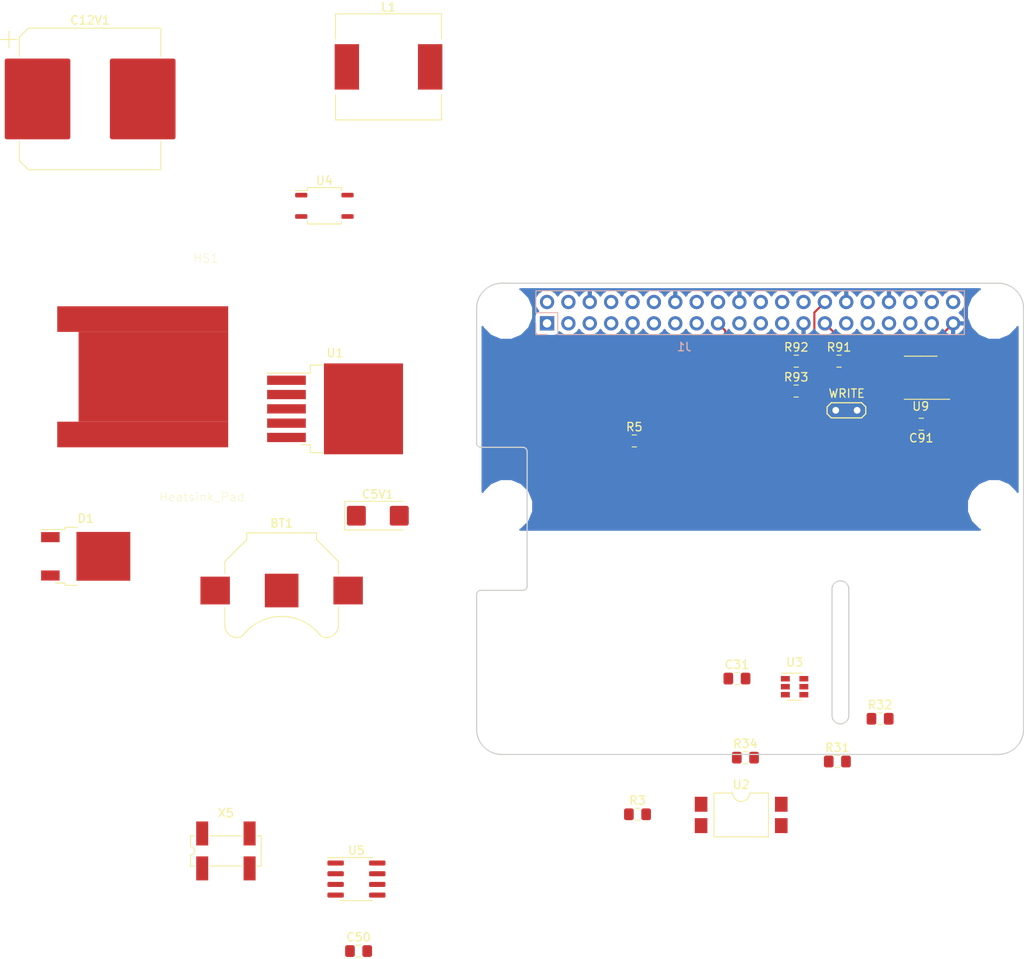
<source format=kicad_pcb>
(kicad_pcb (version 20171130) (host pcbnew 5.1.2-f72e74a~84~ubuntu18.04.1)

  (general
    (thickness 1.6)
    (drawings 29)
    (tracks 40)
    (zones 0)
    (modules 30)
    (nets 53)
  )

  (page A4)
  (title_block
    (title "Pi Power hat")
    (date 2019-02-28)
    (rev 1.0)
  )

  (layers
    (0 F.Cu signal)
    (31 B.Cu signal hide)
    (32 B.Adhes user)
    (33 F.Adhes user)
    (34 B.Paste user)
    (35 F.Paste user)
    (36 B.SilkS user)
    (37 F.SilkS user)
    (38 B.Mask user)
    (39 F.Mask user)
    (40 Dwgs.User user)
    (41 Cmts.User user hide)
    (42 Eco1.User user)
    (43 Eco2.User user)
    (44 Edge.Cuts user)
    (45 Margin user)
    (46 B.CrtYd user)
    (47 F.CrtYd user)
    (48 B.Fab user hide)
    (49 F.Fab user hide)
  )

  (setup
    (last_trace_width 0.25)
    (trace_clearance 0.2)
    (zone_clearance 0.508)
    (zone_45_only no)
    (trace_min 0.2)
    (via_size 0.8)
    (via_drill 0.4)
    (via_min_size 0.4)
    (via_min_drill 0.3)
    (uvia_size 0.3)
    (uvia_drill 0.1)
    (uvias_allowed no)
    (uvia_min_size 0.2)
    (uvia_min_drill 0.1)
    (edge_width 0.15)
    (segment_width 0.2)
    (pcb_text_width 0.3)
    (pcb_text_size 1.5 1.5)
    (mod_edge_width 0.15)
    (mod_text_size 1 1)
    (mod_text_width 0.15)
    (pad_size 1.524 1.524)
    (pad_drill 0.762)
    (pad_to_mask_clearance 0.051)
    (solder_mask_min_width 0.25)
    (aux_axis_origin 0 0)
    (visible_elements FFFFFF7F)
    (pcbplotparams
      (layerselection 0x010fc_ffffffff)
      (usegerberextensions false)
      (usegerberattributes false)
      (usegerberadvancedattributes false)
      (creategerberjobfile false)
      (excludeedgelayer true)
      (linewidth 0.100000)
      (plotframeref false)
      (viasonmask false)
      (mode 1)
      (useauxorigin false)
      (hpglpennumber 1)
      (hpglpenspeed 20)
      (hpglpendiameter 15.000000)
      (psnegative false)
      (psa4output false)
      (plotreference true)
      (plotvalue true)
      (plotinvisibletext false)
      (padsonsilk false)
      (subtractmaskfromsilk false)
      (outputformat 1)
      (mirror false)
      (drillshape 1)
      (scaleselection 1)
      (outputdirectory ""))
  )

  (net 0 "")
  (net 1 +3V3)
  (net 2 +5V)
  (net 3 /GPIO2_SDA1)
  (net 4 /GPIO3_SCL1)
  (net 5 GND)
  (net 6 /GPIO4_GPIO_GCLK)
  (net 7 "Net-(BT1-Pad1)")
  (net 8 /+3.3v)
  (net 9 "Net-(D1-Pad2)")
  (net 10 "Net-(J1-Pad4)")
  (net 11 "Net-(J1-Pad8)")
  (net 12 "Net-(J1-Pad9)")
  (net 13 "Net-(J1-Pad10)")
  (net 14 "Net-(J1-Pad11)")
  (net 15 "Net-(J1-Pad12)")
  (net 16 "Net-(J1-Pad13)")
  (net 17 "Net-(J1-Pad14)")
  (net 18 "Net-(J1-Pad15)")
  (net 19 "Net-(J1-Pad16)")
  (net 20 "Net-(J1-Pad18)")
  (net 21 "Net-(J1-Pad19)")
  (net 22 "Net-(J1-Pad20)")
  (net 23 "Net-(J1-Pad21)")
  (net 24 "Net-(J1-Pad22)")
  (net 25 "Net-(J1-Pad23)")
  (net 26 "Net-(J1-Pad24)")
  (net 27 "Net-(J1-Pad25)")
  (net 28 "Net-(J1-Pad26)")
  (net 29 /ID_SDA)
  (net 30 /ID_SCL)
  (net 31 "Net-(J1-Pad29)")
  (net 32 "Net-(J1-Pad30)")
  (net 33 "Net-(J1-Pad31)")
  (net 34 "Net-(J1-Pad32)")
  (net 35 "Net-(J1-Pad33)")
  (net 36 "Net-(J1-Pad34)")
  (net 37 "Net-(J1-Pad35)")
  (net 38 "Net-(J1-Pad36)")
  (net 39 "Net-(J1-Pad37)")
  (net 40 "Net-(J1-Pad38)")
  (net 41 "Net-(J1-Pad40)")
  (net 42 "Net-(R3-Pad2)")
  (net 43 "Net-(D2-Pad2)")
  (net 44 "Net-(R5-Pad2)")
  (net 45 "Net-(R5-Pad1)")
  (net 46 "Net-(R31-Pad2)")
  (net 47 /Clock_to_PIC_GPIO_0)
  (net 48 "Net-(R93-Pad2)")
  (net 49 +VSW)
  (net 50 +BATT)
  (net 51 "Net-(U5-Pad2)")
  (net 52 "Net-(U5-Pad1)")

  (net_class Default "This is the default net class."
    (clearance 0.2)
    (trace_width 0.25)
    (via_dia 0.8)
    (via_drill 0.4)
    (uvia_dia 0.3)
    (uvia_drill 0.1)
    (add_net +3V3)
    (add_net +5V)
    (add_net +BATT)
    (add_net +VSW)
    (add_net /+3.3v)
    (add_net /Clock_to_PIC_GPIO_0)
    (add_net /GPIO2_SDA1)
    (add_net /GPIO3_SCL1)
    (add_net /GPIO4_GPIO_GCLK)
    (add_net /ID_SCL)
    (add_net /ID_SDA)
    (add_net GND)
    (add_net "Net-(BT1-Pad1)")
    (add_net "Net-(D1-Pad2)")
    (add_net "Net-(D2-Pad2)")
    (add_net "Net-(J1-Pad10)")
    (add_net "Net-(J1-Pad11)")
    (add_net "Net-(J1-Pad12)")
    (add_net "Net-(J1-Pad13)")
    (add_net "Net-(J1-Pad14)")
    (add_net "Net-(J1-Pad15)")
    (add_net "Net-(J1-Pad16)")
    (add_net "Net-(J1-Pad18)")
    (add_net "Net-(J1-Pad19)")
    (add_net "Net-(J1-Pad20)")
    (add_net "Net-(J1-Pad21)")
    (add_net "Net-(J1-Pad22)")
    (add_net "Net-(J1-Pad23)")
    (add_net "Net-(J1-Pad24)")
    (add_net "Net-(J1-Pad25)")
    (add_net "Net-(J1-Pad26)")
    (add_net "Net-(J1-Pad29)")
    (add_net "Net-(J1-Pad30)")
    (add_net "Net-(J1-Pad31)")
    (add_net "Net-(J1-Pad32)")
    (add_net "Net-(J1-Pad33)")
    (add_net "Net-(J1-Pad34)")
    (add_net "Net-(J1-Pad35)")
    (add_net "Net-(J1-Pad36)")
    (add_net "Net-(J1-Pad37)")
    (add_net "Net-(J1-Pad38)")
    (add_net "Net-(J1-Pad4)")
    (add_net "Net-(J1-Pad40)")
    (add_net "Net-(J1-Pad8)")
    (add_net "Net-(J1-Pad9)")
    (add_net "Net-(R3-Pad2)")
    (add_net "Net-(R31-Pad2)")
    (add_net "Net-(R5-Pad1)")
    (add_net "Net-(R5-Pad2)")
    (add_net "Net-(R93-Pad2)")
    (add_net "Net-(U5-Pad1)")
    (add_net "Net-(U5-Pad2)")
  )

  (module TestPoint:TestPoint_2Pads_Pitch2.54mm_Drill0.8mm (layer F.Cu) (tedit 5A0F774F) (tstamp 5D341F23)
    (at 160.2105 106.172)
    (descr "Test point with 2 pins, pitch 2.54mm, drill diameter 0.8mm")
    (tags "CONN DEV")
    (path /5D5761EB)
    (attr virtual)
    (fp_text reference WRITE (at 1.3 -2) (layer F.SilkS)
      (effects (font (size 1 1) (thickness 0.15)))
    )
    (fp_text value TestPoint_2Pole (at 1.27 2) (layer F.Fab)
      (effects (font (size 1 1) (thickness 0.15)))
    )
    (fp_line (start -1.03 -0.4) (end -0.53 -0.9) (layer F.SilkS) (width 0.15))
    (fp_line (start -1.03 0.4) (end -1.03 -0.4) (layer F.SilkS) (width 0.15))
    (fp_line (start -0.53 0.9) (end -1.03 0.4) (layer F.SilkS) (width 0.15))
    (fp_line (start 3.07 0.9) (end -0.53 0.9) (layer F.SilkS) (width 0.15))
    (fp_line (start 3.57 0.4) (end 3.07 0.9) (layer F.SilkS) (width 0.15))
    (fp_line (start 3.57 -0.4) (end 3.57 0.4) (layer F.SilkS) (width 0.15))
    (fp_line (start 3.07 -0.9) (end 3.57 -0.4) (layer F.SilkS) (width 0.15))
    (fp_line (start -0.53 -0.9) (end 3.07 -0.9) (layer F.SilkS) (width 0.15))
    (fp_line (start -1.3 0.5) (end -0.65 1.15) (layer F.CrtYd) (width 0.05))
    (fp_line (start -1.3 -0.5) (end -1.3 0.5) (layer F.CrtYd) (width 0.05))
    (fp_line (start -0.65 -1.15) (end -1.3 -0.5) (layer F.CrtYd) (width 0.05))
    (fp_line (start 3.15 -1.15) (end -0.65 -1.15) (layer F.CrtYd) (width 0.05))
    (fp_line (start 3.8 -0.5) (end 3.15 -1.15) (layer F.CrtYd) (width 0.05))
    (fp_line (start 3.8 0.5) (end 3.8 -0.5) (layer F.CrtYd) (width 0.05))
    (fp_line (start 3.15 1.15) (end 3.8 0.5) (layer F.CrtYd) (width 0.05))
    (fp_line (start -0.65 1.15) (end 3.15 1.15) (layer F.CrtYd) (width 0.05))
    (fp_text user %R (at 1.3 -2) (layer F.Fab)
      (effects (font (size 1 1) (thickness 0.15)))
    )
    (pad 2 thru_hole circle (at 2.54 0) (size 1.4 1.4) (drill 0.8) (layers *.Cu *.Mask)
      (net 5 GND))
    (pad 1 thru_hole circle (at 0 0) (size 1.4 1.4) (drill 0.8) (layers *.Cu *.Mask)
      (net 48 "Net-(R93-Pad2)"))
  )

  (module Package_SO:SOP-4_3.8x4.1mm_P2.54mm (layer F.Cu) (tedit 5C5B5C0A) (tstamp 5D341EDF)
    (at 99.442 81.868)
    (descr "SOP, 4 Pin (http://www.ixysic.com/home/pdfs.nsf/www/CPC1017N.pdf/$file/CPC1017N.pdf), generated with kicad-footprint-generator ipc_gullwing_generator.py")
    (tags "SOP SO")
    (path /5D2D64E9)
    (attr smd)
    (fp_text reference U4 (at 0 -3) (layer F.SilkS)
      (effects (font (size 1 1) (thickness 0.15)))
    )
    (fp_text value CPC1017N (at 0 3) (layer F.Fab)
      (effects (font (size 1 1) (thickness 0.15)))
    )
    (fp_text user %R (at 0 0) (layer F.Fab)
      (effects (font (size 0.95 0.95) (thickness 0.14)))
    )
    (fp_line (start 3.72 -2.3) (end -3.72 -2.3) (layer F.CrtYd) (width 0.05))
    (fp_line (start 3.72 2.3) (end 3.72 -2.3) (layer F.CrtYd) (width 0.05))
    (fp_line (start -3.72 2.3) (end 3.72 2.3) (layer F.CrtYd) (width 0.05))
    (fp_line (start -3.72 -2.3) (end -3.72 2.3) (layer F.CrtYd) (width 0.05))
    (fp_line (start -1.9 -1.1) (end -0.95 -2.05) (layer F.Fab) (width 0.1))
    (fp_line (start -1.9 2.05) (end -1.9 -1.1) (layer F.Fab) (width 0.1))
    (fp_line (start 1.9 2.05) (end -1.9 2.05) (layer F.Fab) (width 0.1))
    (fp_line (start 1.9 -2.05) (end 1.9 2.05) (layer F.Fab) (width 0.1))
    (fp_line (start -0.95 -2.05) (end 1.9 -2.05) (layer F.Fab) (width 0.1))
    (fp_line (start -2.01 -1.805) (end -3.475 -1.805) (layer F.SilkS) (width 0.12))
    (fp_line (start -2.01 -2.16) (end -2.01 -1.805) (layer F.SilkS) (width 0.12))
    (fp_line (start 0 -2.16) (end -2.01 -2.16) (layer F.SilkS) (width 0.12))
    (fp_line (start 2.01 -2.16) (end 2.01 -1.805) (layer F.SilkS) (width 0.12))
    (fp_line (start 0 -2.16) (end 2.01 -2.16) (layer F.SilkS) (width 0.12))
    (fp_line (start -2.01 2.16) (end -2.01 1.805) (layer F.SilkS) (width 0.12))
    (fp_line (start 0 2.16) (end -2.01 2.16) (layer F.SilkS) (width 0.12))
    (fp_line (start 2.01 2.16) (end 2.01 1.805) (layer F.SilkS) (width 0.12))
    (fp_line (start 0 2.16) (end 2.01 2.16) (layer F.SilkS) (width 0.12))
    (pad 4 smd roundrect (at 2.75 -1.27) (size 1.45 0.55) (layers F.Cu F.Paste F.Mask) (roundrect_rratio 0.25)
      (net 50 +BATT))
    (pad 3 smd roundrect (at 2.75 1.27) (size 1.45 0.55) (layers F.Cu F.Paste F.Mask) (roundrect_rratio 0.25)
      (net 49 +VSW))
    (pad 2 smd roundrect (at -2.75 1.27) (size 1.45 0.55) (layers F.Cu F.Paste F.Mask) (roundrect_rratio 0.25)
      (net 5 GND))
    (pad 1 smd roundrect (at -2.75 -1.27) (size 1.45 0.55) (layers F.Cu F.Paste F.Mask) (roundrect_rratio 0.25)
      (net 45 "Net-(R5-Pad1)"))
    (model ${KISYS3DMOD}/Package_SO.3dshapes/SOP-4_3.8x4.1mm_P2.54mm.wrl
      (at (xyz 0 0 0))
      (scale (xyz 1 1 1))
      (rotate (xyz 0 0 0))
    )
  )

  (module Inductor_SMD:L_12x12mm_H6mm (layer F.Cu) (tedit 5990349B) (tstamp 5D34ACDC)
    (at 107.062 65.358)
    (descr "Choke, SMD, 12x12mm 6mm height")
    (tags "Choke SMD")
    (path /5D1E321C)
    (attr smd)
    (fp_text reference L1 (at 0 -7.1) (layer F.SilkS)
      (effects (font (size 1 1) (thickness 0.15)))
    )
    (fp_text value 33mH (at 0 7.5) (layer F.Fab)
      (effects (font (size 1 1) (thickness 0.15)))
    )
    (fp_circle (center -2.1 3) (end -1.8 3.25) (layer F.Fab) (width 0.1))
    (fp_circle (center 0 0) (end 0.15 0.15) (layer F.Adhes) (width 0.38))
    (fp_circle (center 0 0) (end 0.55 0) (layer F.Adhes) (width 0.38))
    (fp_circle (center 0 0) (end 0.9 0) (layer F.Adhes) (width 0.38))
    (fp_line (start 6.2 -6.2) (end 6.2 -3.3) (layer F.Fab) (width 0.1))
    (fp_line (start -6.2 -6.2) (end -6.2 -3.3) (layer F.Fab) (width 0.1))
    (fp_line (start 6.2 -6.2) (end -6.2 -6.2) (layer F.Fab) (width 0.1))
    (fp_line (start 6.2 6.2) (end 6.2 3.3) (layer F.Fab) (width 0.1))
    (fp_line (start -6.2 6.2) (end 6.2 6.2) (layer F.Fab) (width 0.1))
    (fp_line (start -6.2 3.3) (end -6.2 6.2) (layer F.Fab) (width 0.1))
    (fp_line (start -5 -3.5) (end -4.8 -3.2) (layer F.Fab) (width 0.1))
    (fp_line (start -5.1 -4) (end -5 -3.5) (layer F.Fab) (width 0.1))
    (fp_line (start -4.9 -4.5) (end -5.1 -4) (layer F.Fab) (width 0.1))
    (fp_line (start -4.6 -4.8) (end -4.9 -4.5) (layer F.Fab) (width 0.1))
    (fp_line (start -4.2 -5) (end -4.6 -4.8) (layer F.Fab) (width 0.1))
    (fp_line (start -3.7 -5.1) (end -4.2 -5) (layer F.Fab) (width 0.1))
    (fp_line (start -3.3 -4.9) (end -3.7 -5.1) (layer F.Fab) (width 0.1))
    (fp_line (start -3 -4.7) (end -3.3 -4.9) (layer F.Fab) (width 0.1))
    (fp_line (start -2.6 -4.9) (end -3 -4.7) (layer F.Fab) (width 0.1))
    (fp_line (start -1.7 -5.3) (end -2.6 -4.9) (layer F.Fab) (width 0.1))
    (fp_line (start -0.8 -5.5) (end -1.7 -5.3) (layer F.Fab) (width 0.1))
    (fp_line (start 0 -5.6) (end -0.8 -5.5) (layer F.Fab) (width 0.1))
    (fp_line (start 0.9 -5.5) (end 0 -5.6) (layer F.Fab) (width 0.1))
    (fp_line (start 1.7 -5.3) (end 0.9 -5.5) (layer F.Fab) (width 0.1))
    (fp_line (start 2.2 -5.1) (end 1.7 -5.3) (layer F.Fab) (width 0.1))
    (fp_line (start 2.6 -4.9) (end 2.2 -5.1) (layer F.Fab) (width 0.1))
    (fp_line (start 3 -4.6) (end 2.6 -4.9) (layer F.Fab) (width 0.1))
    (fp_line (start 3.3 -4.9) (end 3 -4.6) (layer F.Fab) (width 0.1))
    (fp_line (start 3.6 -5) (end 3.3 -4.9) (layer F.Fab) (width 0.1))
    (fp_line (start 3.9 -5.1) (end 3.6 -5) (layer F.Fab) (width 0.1))
    (fp_line (start 4.2 -5.1) (end 3.9 -5.1) (layer F.Fab) (width 0.1))
    (fp_line (start 4.5 -4.9) (end 4.2 -5.1) (layer F.Fab) (width 0.1))
    (fp_line (start 4.8 -4.7) (end 4.5 -4.9) (layer F.Fab) (width 0.1))
    (fp_line (start 5 -4.3) (end 4.8 -4.7) (layer F.Fab) (width 0.1))
    (fp_line (start 5.1 -4) (end 5 -4.3) (layer F.Fab) (width 0.1))
    (fp_line (start 5 -3.6) (end 5.1 -4) (layer F.Fab) (width 0.1))
    (fp_line (start 4.9 -3.3) (end 5 -3.6) (layer F.Fab) (width 0.1))
    (fp_line (start -5 3.6) (end -4.8 3.2) (layer F.Fab) (width 0.1))
    (fp_line (start -5.1 4.1) (end -5 3.6) (layer F.Fab) (width 0.1))
    (fp_line (start -4.9 4.6) (end -5.1 4.1) (layer F.Fab) (width 0.1))
    (fp_line (start -4.6 4.8) (end -4.9 4.6) (layer F.Fab) (width 0.1))
    (fp_line (start -4.3 5) (end -4.6 4.8) (layer F.Fab) (width 0.1))
    (fp_line (start -3.9 5.1) (end -4.3 5) (layer F.Fab) (width 0.1))
    (fp_line (start -3.3 4.9) (end -3.9 5.1) (layer F.Fab) (width 0.1))
    (fp_line (start -3 4.7) (end -3.3 4.9) (layer F.Fab) (width 0.1))
    (fp_line (start -2.6 4.9) (end -3 4.7) (layer F.Fab) (width 0.1))
    (fp_line (start -2.1 5.1) (end -2.6 4.9) (layer F.Fab) (width 0.1))
    (fp_line (start -1.5 5.3) (end -2.1 5.1) (layer F.Fab) (width 0.1))
    (fp_line (start -0.6 5.5) (end -1.5 5.3) (layer F.Fab) (width 0.1))
    (fp_line (start 0.6 5.5) (end -0.6 5.5) (layer F.Fab) (width 0.1))
    (fp_line (start 1.6 5.3) (end 0.6 5.5) (layer F.Fab) (width 0.1))
    (fp_line (start 2.4 5) (end 1.6 5.3) (layer F.Fab) (width 0.1))
    (fp_line (start 3 4.6) (end 2.4 5) (layer F.Fab) (width 0.1))
    (fp_line (start 3.1 4.7) (end 3 4.6) (layer F.Fab) (width 0.1))
    (fp_line (start 3.5 5) (end 3.1 4.7) (layer F.Fab) (width 0.1))
    (fp_line (start 4 5.1) (end 3.5 5) (layer F.Fab) (width 0.1))
    (fp_line (start 4.5 5) (end 4 5.1) (layer F.Fab) (width 0.1))
    (fp_line (start 4.8 4.6) (end 4.5 5) (layer F.Fab) (width 0.1))
    (fp_line (start 5 4.3) (end 4.8 4.6) (layer F.Fab) (width 0.1))
    (fp_line (start 5.1 3.8) (end 5 4.3) (layer F.Fab) (width 0.1))
    (fp_line (start 5 3.4) (end 5.1 3.8) (layer F.Fab) (width 0.1))
    (fp_line (start 4.9 3.3) (end 5 3.4) (layer F.Fab) (width 0.1))
    (fp_line (start -6.86 6.6) (end -6.86 -6.6) (layer F.CrtYd) (width 0.05))
    (fp_line (start 6.86 6.6) (end -6.86 6.6) (layer F.CrtYd) (width 0.05))
    (fp_line (start 6.86 -6.6) (end 6.86 6.6) (layer F.CrtYd) (width 0.05))
    (fp_line (start -6.86 -6.6) (end 6.86 -6.6) (layer F.CrtYd) (width 0.05))
    (fp_line (start 6.3 -6.3) (end 6.3 -3.3) (layer F.SilkS) (width 0.12))
    (fp_line (start -6.3 -6.3) (end 6.3 -6.3) (layer F.SilkS) (width 0.12))
    (fp_line (start -6.3 -3.3) (end -6.3 -6.3) (layer F.SilkS) (width 0.12))
    (fp_line (start -6.3 6.3) (end -6.3 3.3) (layer F.SilkS) (width 0.12))
    (fp_line (start 6.3 6.3) (end -6.3 6.3) (layer F.SilkS) (width 0.12))
    (fp_line (start 6.3 3.3) (end 6.3 6.3) (layer F.SilkS) (width 0.12))
    (fp_text user %R (at 0 0) (layer F.Fab)
      (effects (font (size 1 1) (thickness 0.15)))
    )
    (pad 2 smd rect (at 4.95 0) (size 2.9 5.4) (layers F.Cu F.Paste F.Mask)
      (net 9 "Net-(D1-Pad2)"))
    (pad 1 smd rect (at -4.95 0) (size 2.9 5.4) (layers F.Cu F.Paste F.Mask)
      (net 2 +5V))
    (model ${KISYS3DMOD}/Inductor_SMD.3dshapes/L_12x12mm_H6mm.wrl
      (at (xyz 0 0 0))
      (scale (xyz 1 1 1))
      (rotate (xyz 0 0 0))
    )
  )

  (module Capacitor_SMD:CP_Elec_16x17.5 (layer F.Cu) (tedit 5BCA39D1) (tstamp 5D34AB49)
    (at 71.602 69.168)
    (descr "SMD capacitor, aluminum electrolytic, Vishay 1616, 16.0x17.5mm, http://www.vishay.com/docs/28395/150crz.pdf")
    (tags "capacitor electrolytic")
    (path /5D1E92B4)
    (attr smd)
    (fp_text reference C12V1 (at 0 -9.35) (layer F.SilkS)
      (effects (font (size 1 1) (thickness 0.15)))
    )
    (fp_text value 680uF (at 0 9.35) (layer F.Fab)
      (effects (font (size 1 1) (thickness 0.15)))
    )
    (fp_text user %R (at 0 0) (layer F.Fab)
      (effects (font (size 1 1) (thickness 0.15)))
    )
    (fp_line (start -10.4 5.05) (end -8.55 5.05) (layer F.CrtYd) (width 0.05))
    (fp_line (start -10.4 -5.05) (end -10.4 5.05) (layer F.CrtYd) (width 0.05))
    (fp_line (start -8.55 -5.05) (end -10.4 -5.05) (layer F.CrtYd) (width 0.05))
    (fp_line (start -8.55 5.05) (end -8.55 7.4) (layer F.CrtYd) (width 0.05))
    (fp_line (start -8.55 -7.4) (end -8.55 -5.05) (layer F.CrtYd) (width 0.05))
    (fp_line (start -8.55 -7.4) (end -7.4 -8.55) (layer F.CrtYd) (width 0.05))
    (fp_line (start -8.55 7.4) (end -7.4 8.55) (layer F.CrtYd) (width 0.05))
    (fp_line (start -7.4 -8.55) (end 8.55 -8.55) (layer F.CrtYd) (width 0.05))
    (fp_line (start -7.4 8.55) (end 8.55 8.55) (layer F.CrtYd) (width 0.05))
    (fp_line (start 8.55 5.05) (end 8.55 8.55) (layer F.CrtYd) (width 0.05))
    (fp_line (start 10.4 5.05) (end 8.55 5.05) (layer F.CrtYd) (width 0.05))
    (fp_line (start 10.4 -5.05) (end 10.4 5.05) (layer F.CrtYd) (width 0.05))
    (fp_line (start 8.55 -5.05) (end 10.4 -5.05) (layer F.CrtYd) (width 0.05))
    (fp_line (start 8.55 -8.55) (end 8.55 -5.05) (layer F.CrtYd) (width 0.05))
    (fp_line (start -9.65 -8.06) (end -9.65 -6.06) (layer F.SilkS) (width 0.12))
    (fp_line (start -10.65 -7.06) (end -8.65 -7.06) (layer F.SilkS) (width 0.12))
    (fp_line (start -8.41 7.345563) (end -7.345563 8.41) (layer F.SilkS) (width 0.12))
    (fp_line (start -8.41 -7.345563) (end -7.345563 -8.41) (layer F.SilkS) (width 0.12))
    (fp_line (start -8.41 -7.345563) (end -8.41 -5.06) (layer F.SilkS) (width 0.12))
    (fp_line (start -8.41 7.345563) (end -8.41 5.06) (layer F.SilkS) (width 0.12))
    (fp_line (start -7.345563 8.41) (end 8.41 8.41) (layer F.SilkS) (width 0.12))
    (fp_line (start -7.345563 -8.41) (end 8.41 -8.41) (layer F.SilkS) (width 0.12))
    (fp_line (start 8.41 -8.41) (end 8.41 -5.06) (layer F.SilkS) (width 0.12))
    (fp_line (start 8.41 8.41) (end 8.41 5.06) (layer F.SilkS) (width 0.12))
    (fp_line (start -6.717142 -3.1) (end -6.717142 -1.5) (layer F.Fab) (width 0.1))
    (fp_line (start -7.517142 -2.3) (end -5.917142 -2.3) (layer F.Fab) (width 0.1))
    (fp_line (start -8.3 7.3) (end -7.3 8.3) (layer F.Fab) (width 0.1))
    (fp_line (start -8.3 -7.3) (end -7.3 -8.3) (layer F.Fab) (width 0.1))
    (fp_line (start -8.3 -7.3) (end -8.3 7.3) (layer F.Fab) (width 0.1))
    (fp_line (start -7.3 8.3) (end 8.3 8.3) (layer F.Fab) (width 0.1))
    (fp_line (start -7.3 -8.3) (end 8.3 -8.3) (layer F.Fab) (width 0.1))
    (fp_line (start 8.3 -8.3) (end 8.3 8.3) (layer F.Fab) (width 0.1))
    (fp_circle (center 0 0) (end 8 0) (layer F.Fab) (width 0.1))
    (pad 2 smd roundrect (at 6.25 0) (size 7.8 9.6) (layers F.Cu F.Paste F.Mask) (roundrect_rratio 0.032051)
      (net 5 GND))
    (pad 1 smd roundrect (at -6.25 0) (size 7.8 9.6) (layers F.Cu F.Paste F.Mask) (roundrect_rratio 0.032051)
      (net 49 +VSW))
    (model ${KISYS3DMOD}/Capacitor_SMD.3dshapes/CP_Elec_16x17.5.wrl
      (at (xyz 0 0 0))
      (scale (xyz 1 1 1))
      (rotate (xyz 0 0 0))
    )
  )

  (module Resistor_SMD:R_0805_2012Metric_Pad1.15x1.40mm_HandSolder (layer F.Cu) (tedit 5B36C52B) (tstamp 5D341E66)
    (at 155.5115 103.886)
    (descr "Resistor SMD 0805 (2012 Metric), square (rectangular) end terminal, IPC_7351 nominal with elongated pad for handsoldering. (Body size source: https://docs.google.com/spreadsheets/d/1BsfQQcO9C6DZCsRaXUlFlo91Tg2WpOkGARC1WS5S8t0/edit?usp=sharing), generated with kicad-footprint-generator")
    (tags "resistor handsolder")
    (path /5D591DA2)
    (attr smd)
    (fp_text reference R93 (at 0 -1.65) (layer F.SilkS)
      (effects (font (size 1 1) (thickness 0.15)))
    )
    (fp_text value 1k (at 0 1.65) (layer F.Fab)
      (effects (font (size 1 1) (thickness 0.15)))
    )
    (fp_text user %R (at 0 0) (layer F.Fab)
      (effects (font (size 0.5 0.5) (thickness 0.08)))
    )
    (fp_line (start 1.85 0.95) (end -1.85 0.95) (layer F.CrtYd) (width 0.05))
    (fp_line (start 1.85 -0.95) (end 1.85 0.95) (layer F.CrtYd) (width 0.05))
    (fp_line (start -1.85 -0.95) (end 1.85 -0.95) (layer F.CrtYd) (width 0.05))
    (fp_line (start -1.85 0.95) (end -1.85 -0.95) (layer F.CrtYd) (width 0.05))
    (fp_line (start -0.261252 0.71) (end 0.261252 0.71) (layer F.SilkS) (width 0.12))
    (fp_line (start -0.261252 -0.71) (end 0.261252 -0.71) (layer F.SilkS) (width 0.12))
    (fp_line (start 1 0.6) (end -1 0.6) (layer F.Fab) (width 0.1))
    (fp_line (start 1 -0.6) (end 1 0.6) (layer F.Fab) (width 0.1))
    (fp_line (start -1 -0.6) (end 1 -0.6) (layer F.Fab) (width 0.1))
    (fp_line (start -1 0.6) (end -1 -0.6) (layer F.Fab) (width 0.1))
    (pad 2 smd roundrect (at 1.025 0) (size 1.15 1.4) (layers F.Cu F.Paste F.Mask) (roundrect_rratio 0.217391)
      (net 48 "Net-(R93-Pad2)"))
    (pad 1 smd roundrect (at -1.025 0) (size 1.15 1.4) (layers F.Cu F.Paste F.Mask) (roundrect_rratio 0.217391)
      (net 8 /+3.3v))
    (model ${KISYS3DMOD}/Resistor_SMD.3dshapes/R_0805_2012Metric.wrl
      (at (xyz 0 0 0))
      (scale (xyz 1 1 1))
      (rotate (xyz 0 0 0))
    )
  )

  (module Resistor_SMD:R_0805_2012Metric_Pad1.15x1.40mm_HandSolder (layer F.Cu) (tedit 5B36C52B) (tstamp 5D341E55)
    (at 155.5205 100.33)
    (descr "Resistor SMD 0805 (2012 Metric), square (rectangular) end terminal, IPC_7351 nominal with elongated pad for handsoldering. (Body size source: https://docs.google.com/spreadsheets/d/1BsfQQcO9C6DZCsRaXUlFlo91Tg2WpOkGARC1WS5S8t0/edit?usp=sharing), generated with kicad-footprint-generator")
    (tags "resistor handsolder")
    (path /5D592203)
    (attr smd)
    (fp_text reference R92 (at 0 -1.65 180) (layer F.SilkS)
      (effects (font (size 1 1) (thickness 0.15)))
    )
    (fp_text value 3.9k (at 0 1.65) (layer F.Fab)
      (effects (font (size 1 1) (thickness 0.15)))
    )
    (fp_text user %R (at 0 0) (layer F.Fab)
      (effects (font (size 0.5 0.5) (thickness 0.08)))
    )
    (fp_line (start 1.85 0.95) (end -1.85 0.95) (layer F.CrtYd) (width 0.05))
    (fp_line (start 1.85 -0.95) (end 1.85 0.95) (layer F.CrtYd) (width 0.05))
    (fp_line (start -1.85 -0.95) (end 1.85 -0.95) (layer F.CrtYd) (width 0.05))
    (fp_line (start -1.85 0.95) (end -1.85 -0.95) (layer F.CrtYd) (width 0.05))
    (fp_line (start -0.261252 0.71) (end 0.261252 0.71) (layer F.SilkS) (width 0.12))
    (fp_line (start -0.261252 -0.71) (end 0.261252 -0.71) (layer F.SilkS) (width 0.12))
    (fp_line (start 1 0.6) (end -1 0.6) (layer F.Fab) (width 0.1))
    (fp_line (start 1 -0.6) (end 1 0.6) (layer F.Fab) (width 0.1))
    (fp_line (start -1 -0.6) (end 1 -0.6) (layer F.Fab) (width 0.1))
    (fp_line (start -1 0.6) (end -1 -0.6) (layer F.Fab) (width 0.1))
    (pad 2 smd roundrect (at 1.025 0) (size 1.15 1.4) (layers F.Cu F.Paste F.Mask) (roundrect_rratio 0.217391)
      (net 30 /ID_SCL))
    (pad 1 smd roundrect (at -1.025 0) (size 1.15 1.4) (layers F.Cu F.Paste F.Mask) (roundrect_rratio 0.217391)
      (net 8 /+3.3v))
    (model ${KISYS3DMOD}/Resistor_SMD.3dshapes/R_0805_2012Metric.wrl
      (at (xyz 0 0 0))
      (scale (xyz 1 1 1))
      (rotate (xyz 0 0 0))
    )
  )

  (module Resistor_SMD:R_0805_2012Metric_Pad1.15x1.40mm_HandSolder (layer F.Cu) (tedit 5B36C52B) (tstamp 5D341E44)
    (at 160.6005 100.33)
    (descr "Resistor SMD 0805 (2012 Metric), square (rectangular) end terminal, IPC_7351 nominal with elongated pad for handsoldering. (Body size source: https://docs.google.com/spreadsheets/d/1BsfQQcO9C6DZCsRaXUlFlo91Tg2WpOkGARC1WS5S8t0/edit?usp=sharing), generated with kicad-footprint-generator")
    (tags "resistor handsolder")
    (path /5D59278B)
    (attr smd)
    (fp_text reference R91 (at 0 -1.65) (layer F.SilkS)
      (effects (font (size 1 1) (thickness 0.15)))
    )
    (fp_text value 3.9k (at 0 1.65) (layer F.Fab)
      (effects (font (size 1 1) (thickness 0.15)))
    )
    (fp_text user %R (at 0 0) (layer F.Fab)
      (effects (font (size 0.5 0.5) (thickness 0.08)))
    )
    (fp_line (start 1.85 0.95) (end -1.85 0.95) (layer F.CrtYd) (width 0.05))
    (fp_line (start 1.85 -0.95) (end 1.85 0.95) (layer F.CrtYd) (width 0.05))
    (fp_line (start -1.85 -0.95) (end 1.85 -0.95) (layer F.CrtYd) (width 0.05))
    (fp_line (start -1.85 0.95) (end -1.85 -0.95) (layer F.CrtYd) (width 0.05))
    (fp_line (start -0.261252 0.71) (end 0.261252 0.71) (layer F.SilkS) (width 0.12))
    (fp_line (start -0.261252 -0.71) (end 0.261252 -0.71) (layer F.SilkS) (width 0.12))
    (fp_line (start 1 0.6) (end -1 0.6) (layer F.Fab) (width 0.1))
    (fp_line (start 1 -0.6) (end 1 0.6) (layer F.Fab) (width 0.1))
    (fp_line (start -1 -0.6) (end 1 -0.6) (layer F.Fab) (width 0.1))
    (fp_line (start -1 0.6) (end -1 -0.6) (layer F.Fab) (width 0.1))
    (pad 2 smd roundrect (at 1.025 0) (size 1.15 1.4) (layers F.Cu F.Paste F.Mask) (roundrect_rratio 0.217391)
      (net 29 /ID_SDA))
    (pad 1 smd roundrect (at -1.025 0) (size 1.15 1.4) (layers F.Cu F.Paste F.Mask) (roundrect_rratio 0.217391)
      (net 8 /+3.3v))
    (model ${KISYS3DMOD}/Resistor_SMD.3dshapes/R_0805_2012Metric.wrl
      (at (xyz 0 0 0))
      (scale (xyz 1 1 1))
      (rotate (xyz 0 0 0))
    )
  )

  (module Resistor_SMD:R_0805_2012Metric_Pad1.15x1.40mm_HandSolder (layer F.Cu) (tedit 5B36C52B) (tstamp 5D341E33)
    (at 149.479 147.447)
    (descr "Resistor SMD 0805 (2012 Metric), square (rectangular) end terminal, IPC_7351 nominal with elongated pad for handsoldering. (Body size source: https://docs.google.com/spreadsheets/d/1BsfQQcO9C6DZCsRaXUlFlo91Tg2WpOkGARC1WS5S8t0/edit?usp=sharing), generated with kicad-footprint-generator")
    (tags "resistor handsolder")
    (path /5D30CBF5)
    (attr smd)
    (fp_text reference R34 (at 0 -1.65) (layer F.SilkS)
      (effects (font (size 1 1) (thickness 0.15)))
    )
    (fp_text value 10k (at 0 1.65) (layer F.Fab)
      (effects (font (size 1 1) (thickness 0.15)))
    )
    (fp_text user %R (at 0 0) (layer F.Fab)
      (effects (font (size 0.5 0.5) (thickness 0.08)))
    )
    (fp_line (start 1.85 0.95) (end -1.85 0.95) (layer F.CrtYd) (width 0.05))
    (fp_line (start 1.85 -0.95) (end 1.85 0.95) (layer F.CrtYd) (width 0.05))
    (fp_line (start -1.85 -0.95) (end 1.85 -0.95) (layer F.CrtYd) (width 0.05))
    (fp_line (start -1.85 0.95) (end -1.85 -0.95) (layer F.CrtYd) (width 0.05))
    (fp_line (start -0.261252 0.71) (end 0.261252 0.71) (layer F.SilkS) (width 0.12))
    (fp_line (start -0.261252 -0.71) (end 0.261252 -0.71) (layer F.SilkS) (width 0.12))
    (fp_line (start 1 0.6) (end -1 0.6) (layer F.Fab) (width 0.1))
    (fp_line (start 1 -0.6) (end 1 0.6) (layer F.Fab) (width 0.1))
    (fp_line (start -1 -0.6) (end 1 -0.6) (layer F.Fab) (width 0.1))
    (fp_line (start -1 0.6) (end -1 -0.6) (layer F.Fab) (width 0.1))
    (pad 2 smd roundrect (at 1.025 0) (size 1.15 1.4) (layers F.Cu F.Paste F.Mask) (roundrect_rratio 0.217391)
      (net 6 /GPIO4_GPIO_GCLK))
    (pad 1 smd roundrect (at -1.025 0) (size 1.15 1.4) (layers F.Cu F.Paste F.Mask) (roundrect_rratio 0.217391)
      (net 1 +3V3))
    (model ${KISYS3DMOD}/Resistor_SMD.3dshapes/R_0805_2012Metric.wrl
      (at (xyz 0 0 0))
      (scale (xyz 1 1 1))
      (rotate (xyz 0 0 0))
    )
  )

  (module Resistor_SMD:R_0805_2012Metric_Pad1.15x1.40mm_HandSolder (layer F.Cu) (tedit 5B36C52B) (tstamp 5D341E22)
    (at 165.482 142.828)
    (descr "Resistor SMD 0805 (2012 Metric), square (rectangular) end terminal, IPC_7351 nominal with elongated pad for handsoldering. (Body size source: https://docs.google.com/spreadsheets/d/1BsfQQcO9C6DZCsRaXUlFlo91Tg2WpOkGARC1WS5S8t0/edit?usp=sharing), generated with kicad-footprint-generator")
    (tags "resistor handsolder")
    (path /5D3244EA)
    (attr smd)
    (fp_text reference R32 (at 0 -1.65) (layer F.SilkS)
      (effects (font (size 1 1) (thickness 0.15)))
    )
    (fp_text value 10k (at 0 1.65) (layer F.Fab)
      (effects (font (size 1 1) (thickness 0.15)))
    )
    (fp_text user %R (at 0 0) (layer F.Fab)
      (effects (font (size 0.5 0.5) (thickness 0.08)))
    )
    (fp_line (start 1.85 0.95) (end -1.85 0.95) (layer F.CrtYd) (width 0.05))
    (fp_line (start 1.85 -0.95) (end 1.85 0.95) (layer F.CrtYd) (width 0.05))
    (fp_line (start -1.85 -0.95) (end 1.85 -0.95) (layer F.CrtYd) (width 0.05))
    (fp_line (start -1.85 0.95) (end -1.85 -0.95) (layer F.CrtYd) (width 0.05))
    (fp_line (start -0.261252 0.71) (end 0.261252 0.71) (layer F.SilkS) (width 0.12))
    (fp_line (start -0.261252 -0.71) (end 0.261252 -0.71) (layer F.SilkS) (width 0.12))
    (fp_line (start 1 0.6) (end -1 0.6) (layer F.Fab) (width 0.1))
    (fp_line (start 1 -0.6) (end 1 0.6) (layer F.Fab) (width 0.1))
    (fp_line (start -1 -0.6) (end 1 -0.6) (layer F.Fab) (width 0.1))
    (fp_line (start -1 0.6) (end -1 -0.6) (layer F.Fab) (width 0.1))
    (pad 2 smd roundrect (at 1.025 0) (size 1.15 1.4) (layers F.Cu F.Paste F.Mask) (roundrect_rratio 0.217391)
      (net 47 /Clock_to_PIC_GPIO_0))
    (pad 1 smd roundrect (at -1.025 0) (size 1.15 1.4) (layers F.Cu F.Paste F.Mask) (roundrect_rratio 0.217391)
      (net 1 +3V3))
    (model ${KISYS3DMOD}/Resistor_SMD.3dshapes/R_0805_2012Metric.wrl
      (at (xyz 0 0 0))
      (scale (xyz 1 1 1))
      (rotate (xyz 0 0 0))
    )
  )

  (module Resistor_SMD:R_0805_2012Metric_Pad1.15x1.40mm_HandSolder (layer F.Cu) (tedit 5B36C52B) (tstamp 5D341E11)
    (at 160.402 147.908)
    (descr "Resistor SMD 0805 (2012 Metric), square (rectangular) end terminal, IPC_7351 nominal with elongated pad for handsoldering. (Body size source: https://docs.google.com/spreadsheets/d/1BsfQQcO9C6DZCsRaXUlFlo91Tg2WpOkGARC1WS5S8t0/edit?usp=sharing), generated with kicad-footprint-generator")
    (tags "resistor handsolder")
    (path /5D438136)
    (attr smd)
    (fp_text reference R31 (at 0 -1.65) (layer F.SilkS)
      (effects (font (size 1 1) (thickness 0.15)))
    )
    (fp_text value 10k (at 0 1.65) (layer F.Fab)
      (effects (font (size 1 1) (thickness 0.15)))
    )
    (fp_text user %R (at 0 0) (layer F.Fab)
      (effects (font (size 0.5 0.5) (thickness 0.08)))
    )
    (fp_line (start 1.85 0.95) (end -1.85 0.95) (layer F.CrtYd) (width 0.05))
    (fp_line (start 1.85 -0.95) (end 1.85 0.95) (layer F.CrtYd) (width 0.05))
    (fp_line (start -1.85 -0.95) (end 1.85 -0.95) (layer F.CrtYd) (width 0.05))
    (fp_line (start -1.85 0.95) (end -1.85 -0.95) (layer F.CrtYd) (width 0.05))
    (fp_line (start -0.261252 0.71) (end 0.261252 0.71) (layer F.SilkS) (width 0.12))
    (fp_line (start -0.261252 -0.71) (end 0.261252 -0.71) (layer F.SilkS) (width 0.12))
    (fp_line (start 1 0.6) (end -1 0.6) (layer F.Fab) (width 0.1))
    (fp_line (start 1 -0.6) (end 1 0.6) (layer F.Fab) (width 0.1))
    (fp_line (start -1 -0.6) (end 1 -0.6) (layer F.Fab) (width 0.1))
    (fp_line (start -1 0.6) (end -1 -0.6) (layer F.Fab) (width 0.1))
    (pad 2 smd roundrect (at 1.025 0) (size 1.15 1.4) (layers F.Cu F.Paste F.Mask) (roundrect_rratio 0.217391)
      (net 46 "Net-(R31-Pad2)"))
    (pad 1 smd roundrect (at -1.025 0) (size 1.15 1.4) (layers F.Cu F.Paste F.Mask) (roundrect_rratio 0.217391)
      (net 1 +3V3))
    (model ${KISYS3DMOD}/Resistor_SMD.3dshapes/R_0805_2012Metric.wrl
      (at (xyz 0 0 0))
      (scale (xyz 1 1 1))
      (rotate (xyz 0 0 0))
    )
  )

  (module Resistor_SMD:R_0805_2012Metric_Pad1.15x1.40mm_HandSolder (layer F.Cu) (tedit 5B36C52B) (tstamp 5D341E00)
    (at 136.272 109.808)
    (descr "Resistor SMD 0805 (2012 Metric), square (rectangular) end terminal, IPC_7351 nominal with elongated pad for handsoldering. (Body size source: https://docs.google.com/spreadsheets/d/1BsfQQcO9C6DZCsRaXUlFlo91Tg2WpOkGARC1WS5S8t0/edit?usp=sharing), generated with kicad-footprint-generator")
    (tags "resistor handsolder")
    (path /5D3CAF2F)
    (attr smd)
    (fp_text reference R5 (at 0 -1.65) (layer F.SilkS)
      (effects (font (size 1 1) (thickness 0.15)))
    )
    (fp_text value R (at 0 1.65) (layer F.Fab)
      (effects (font (size 1 1) (thickness 0.15)))
    )
    (fp_text user %R (at 0 0) (layer F.Fab)
      (effects (font (size 0.5 0.5) (thickness 0.08)))
    )
    (fp_line (start 1.85 0.95) (end -1.85 0.95) (layer F.CrtYd) (width 0.05))
    (fp_line (start 1.85 -0.95) (end 1.85 0.95) (layer F.CrtYd) (width 0.05))
    (fp_line (start -1.85 -0.95) (end 1.85 -0.95) (layer F.CrtYd) (width 0.05))
    (fp_line (start -1.85 0.95) (end -1.85 -0.95) (layer F.CrtYd) (width 0.05))
    (fp_line (start -0.261252 0.71) (end 0.261252 0.71) (layer F.SilkS) (width 0.12))
    (fp_line (start -0.261252 -0.71) (end 0.261252 -0.71) (layer F.SilkS) (width 0.12))
    (fp_line (start 1 0.6) (end -1 0.6) (layer F.Fab) (width 0.1))
    (fp_line (start 1 -0.6) (end 1 0.6) (layer F.Fab) (width 0.1))
    (fp_line (start -1 -0.6) (end 1 -0.6) (layer F.Fab) (width 0.1))
    (fp_line (start -1 0.6) (end -1 -0.6) (layer F.Fab) (width 0.1))
    (pad 2 smd roundrect (at 1.025 0) (size 1.15 1.4) (layers F.Cu F.Paste F.Mask) (roundrect_rratio 0.217391)
      (net 44 "Net-(R5-Pad2)"))
    (pad 1 smd roundrect (at -1.025 0) (size 1.15 1.4) (layers F.Cu F.Paste F.Mask) (roundrect_rratio 0.217391)
      (net 45 "Net-(R5-Pad1)"))
    (model ${KISYS3DMOD}/Resistor_SMD.3dshapes/R_0805_2012Metric.wrl
      (at (xyz 0 0 0))
      (scale (xyz 1 1 1))
      (rotate (xyz 0 0 0))
    )
  )

  (module Resistor_SMD:R_0805_2012Metric_Pad1.15x1.40mm_HandSolder (layer F.Cu) (tedit 5B36C52B) (tstamp 5D341DEF)
    (at 136.652 154.178)
    (descr "Resistor SMD 0805 (2012 Metric), square (rectangular) end terminal, IPC_7351 nominal with elongated pad for handsoldering. (Body size source: https://docs.google.com/spreadsheets/d/1BsfQQcO9C6DZCsRaXUlFlo91Tg2WpOkGARC1WS5S8t0/edit?usp=sharing), generated with kicad-footprint-generator")
    (tags "resistor handsolder")
    (path /5D412483)
    (attr smd)
    (fp_text reference R3 (at 0 -1.65) (layer F.SilkS)
      (effects (font (size 1 1) (thickness 0.15)))
    )
    (fp_text value 660R (at 0 1.65) (layer F.Fab)
      (effects (font (size 1 1) (thickness 0.15)))
    )
    (fp_text user %R (at 0 0) (layer F.Fab)
      (effects (font (size 0.5 0.5) (thickness 0.08)))
    )
    (fp_line (start 1.85 0.95) (end -1.85 0.95) (layer F.CrtYd) (width 0.05))
    (fp_line (start 1.85 -0.95) (end 1.85 0.95) (layer F.CrtYd) (width 0.05))
    (fp_line (start -1.85 -0.95) (end 1.85 -0.95) (layer F.CrtYd) (width 0.05))
    (fp_line (start -1.85 0.95) (end -1.85 -0.95) (layer F.CrtYd) (width 0.05))
    (fp_line (start -0.261252 0.71) (end 0.261252 0.71) (layer F.SilkS) (width 0.12))
    (fp_line (start -0.261252 -0.71) (end 0.261252 -0.71) (layer F.SilkS) (width 0.12))
    (fp_line (start 1 0.6) (end -1 0.6) (layer F.Fab) (width 0.1))
    (fp_line (start 1 -0.6) (end 1 0.6) (layer F.Fab) (width 0.1))
    (fp_line (start -1 -0.6) (end 1 -0.6) (layer F.Fab) (width 0.1))
    (fp_line (start -1 0.6) (end -1 -0.6) (layer F.Fab) (width 0.1))
    (pad 2 smd roundrect (at 1.025 0) (size 1.15 1.4) (layers F.Cu F.Paste F.Mask) (roundrect_rratio 0.217391)
      (net 42 "Net-(R3-Pad2)"))
    (pad 1 smd roundrect (at -1.025 0) (size 1.15 1.4) (layers F.Cu F.Paste F.Mask) (roundrect_rratio 0.217391)
      (net 43 "Net-(D2-Pad2)"))
    (model ${KISYS3DMOD}/Resistor_SMD.3dshapes/R_0805_2012Metric.wrl
      (at (xyz 0 0 0))
      (scale (xyz 1 1 1))
      (rotate (xyz 0 0 0))
    )
  )

  (module Capacitor_SMD:C_0805_2012Metric_Pad1.15x1.40mm_HandSolder (layer F.Cu) (tedit 5B36C52B) (tstamp 5D341CE0)
    (at 170.3795 107.823 180)
    (descr "Capacitor SMD 0805 (2012 Metric), square (rectangular) end terminal, IPC_7351 nominal with elongated pad for handsoldering. (Body size source: https://docs.google.com/spreadsheets/d/1BsfQQcO9C6DZCsRaXUlFlo91Tg2WpOkGARC1WS5S8t0/edit?usp=sharing), generated with kicad-footprint-generator")
    (tags "capacitor handsolder")
    (path /5D593B21)
    (attr smd)
    (fp_text reference C91 (at 0 -1.65) (layer F.SilkS)
      (effects (font (size 1 1) (thickness 0.15)))
    )
    (fp_text value 100n (at 0 1.65) (layer F.Fab)
      (effects (font (size 1 1) (thickness 0.15)))
    )
    (fp_text user %R (at 0 0) (layer F.Fab)
      (effects (font (size 0.5 0.5) (thickness 0.08)))
    )
    (fp_line (start 1.85 0.95) (end -1.85 0.95) (layer F.CrtYd) (width 0.05))
    (fp_line (start 1.85 -0.95) (end 1.85 0.95) (layer F.CrtYd) (width 0.05))
    (fp_line (start -1.85 -0.95) (end 1.85 -0.95) (layer F.CrtYd) (width 0.05))
    (fp_line (start -1.85 0.95) (end -1.85 -0.95) (layer F.CrtYd) (width 0.05))
    (fp_line (start -0.261252 0.71) (end 0.261252 0.71) (layer F.SilkS) (width 0.12))
    (fp_line (start -0.261252 -0.71) (end 0.261252 -0.71) (layer F.SilkS) (width 0.12))
    (fp_line (start 1 0.6) (end -1 0.6) (layer F.Fab) (width 0.1))
    (fp_line (start 1 -0.6) (end 1 0.6) (layer F.Fab) (width 0.1))
    (fp_line (start -1 -0.6) (end 1 -0.6) (layer F.Fab) (width 0.1))
    (fp_line (start -1 0.6) (end -1 -0.6) (layer F.Fab) (width 0.1))
    (pad 2 smd roundrect (at 1.025 0 180) (size 1.15 1.4) (layers F.Cu F.Paste F.Mask) (roundrect_rratio 0.217391)
      (net 8 /+3.3v))
    (pad 1 smd roundrect (at -1.025 0 180) (size 1.15 1.4) (layers F.Cu F.Paste F.Mask) (roundrect_rratio 0.217391)
      (net 5 GND))
    (model ${KISYS3DMOD}/Capacitor_SMD.3dshapes/C_0805_2012Metric.wrl
      (at (xyz 0 0 0))
      (scale (xyz 1 1 1))
      (rotate (xyz 0 0 0))
    )
  )

  (module Capacitor_SMD:C_0805_2012Metric_Pad1.15x1.40mm_HandSolder (layer F.Cu) (tedit 5B36C52B) (tstamp 5D341CCF)
    (at 103.505 170.434)
    (descr "Capacitor SMD 0805 (2012 Metric), square (rectangular) end terminal, IPC_7351 nominal with elongated pad for handsoldering. (Body size source: https://docs.google.com/spreadsheets/d/1BsfQQcO9C6DZCsRaXUlFlo91Tg2WpOkGARC1WS5S8t0/edit?usp=sharing), generated with kicad-footprint-generator")
    (tags "capacitor handsolder")
    (path /5DA3C770)
    (attr smd)
    (fp_text reference C50 (at 0 -1.65) (layer F.SilkS)
      (effects (font (size 1 1) (thickness 0.15)))
    )
    (fp_text value 100n (at 0 1.65) (layer F.Fab)
      (effects (font (size 1 1) (thickness 0.15)))
    )
    (fp_text user %R (at 0 0) (layer F.Fab)
      (effects (font (size 0.5 0.5) (thickness 0.08)))
    )
    (fp_line (start 1.85 0.95) (end -1.85 0.95) (layer F.CrtYd) (width 0.05))
    (fp_line (start 1.85 -0.95) (end 1.85 0.95) (layer F.CrtYd) (width 0.05))
    (fp_line (start -1.85 -0.95) (end 1.85 -0.95) (layer F.CrtYd) (width 0.05))
    (fp_line (start -1.85 0.95) (end -1.85 -0.95) (layer F.CrtYd) (width 0.05))
    (fp_line (start -0.261252 0.71) (end 0.261252 0.71) (layer F.SilkS) (width 0.12))
    (fp_line (start -0.261252 -0.71) (end 0.261252 -0.71) (layer F.SilkS) (width 0.12))
    (fp_line (start 1 0.6) (end -1 0.6) (layer F.Fab) (width 0.1))
    (fp_line (start 1 -0.6) (end 1 0.6) (layer F.Fab) (width 0.1))
    (fp_line (start -1 -0.6) (end 1 -0.6) (layer F.Fab) (width 0.1))
    (fp_line (start -1 0.6) (end -1 -0.6) (layer F.Fab) (width 0.1))
    (pad 2 smd roundrect (at 1.025 0) (size 1.15 1.4) (layers F.Cu F.Paste F.Mask) (roundrect_rratio 0.217391)
      (net 5 GND))
    (pad 1 smd roundrect (at -1.025 0) (size 1.15 1.4) (layers F.Cu F.Paste F.Mask) (roundrect_rratio 0.217391)
      (net 1 +3V3))
    (model ${KISYS3DMOD}/Capacitor_SMD.3dshapes/C_0805_2012Metric.wrl
      (at (xyz 0 0 0))
      (scale (xyz 1 1 1))
      (rotate (xyz 0 0 0))
    )
  )

  (module Capacitor_SMD:C_0805_2012Metric_Pad1.15x1.40mm_HandSolder (layer F.Cu) (tedit 5B36C52B) (tstamp 5D341CBE)
    (at 148.472 138.049)
    (descr "Capacitor SMD 0805 (2012 Metric), square (rectangular) end terminal, IPC_7351 nominal with elongated pad for handsoldering. (Body size source: https://docs.google.com/spreadsheets/d/1BsfQQcO9C6DZCsRaXUlFlo91Tg2WpOkGARC1WS5S8t0/edit?usp=sharing), generated with kicad-footprint-generator")
    (tags "capacitor handsolder")
    (path /5DA2A6E0)
    (attr smd)
    (fp_text reference C31 (at 0 -1.65) (layer F.SilkS)
      (effects (font (size 1 1) (thickness 0.15)))
    )
    (fp_text value 100n (at 0 1.65) (layer F.Fab)
      (effects (font (size 1 1) (thickness 0.15)))
    )
    (fp_text user %R (at 0 0) (layer F.Fab)
      (effects (font (size 0.5 0.5) (thickness 0.08)))
    )
    (fp_line (start 1.85 0.95) (end -1.85 0.95) (layer F.CrtYd) (width 0.05))
    (fp_line (start 1.85 -0.95) (end 1.85 0.95) (layer F.CrtYd) (width 0.05))
    (fp_line (start -1.85 -0.95) (end 1.85 -0.95) (layer F.CrtYd) (width 0.05))
    (fp_line (start -1.85 0.95) (end -1.85 -0.95) (layer F.CrtYd) (width 0.05))
    (fp_line (start -0.261252 0.71) (end 0.261252 0.71) (layer F.SilkS) (width 0.12))
    (fp_line (start -0.261252 -0.71) (end 0.261252 -0.71) (layer F.SilkS) (width 0.12))
    (fp_line (start 1 0.6) (end -1 0.6) (layer F.Fab) (width 0.1))
    (fp_line (start 1 -0.6) (end 1 0.6) (layer F.Fab) (width 0.1))
    (fp_line (start -1 -0.6) (end 1 -0.6) (layer F.Fab) (width 0.1))
    (fp_line (start -1 0.6) (end -1 -0.6) (layer F.Fab) (width 0.1))
    (pad 2 smd roundrect (at 1.025 0) (size 1.15 1.4) (layers F.Cu F.Paste F.Mask) (roundrect_rratio 0.217391)
      (net 5 GND))
    (pad 1 smd roundrect (at -1.025 0) (size 1.15 1.4) (layers F.Cu F.Paste F.Mask) (roundrect_rratio 0.217391)
      (net 1 +3V3))
    (model ${KISYS3DMOD}/Capacitor_SMD.3dshapes/C_0805_2012Metric.wrl
      (at (xyz 0 0 0))
      (scale (xyz 1 1 1))
      (rotate (xyz 0 0 0))
    )
  )

  (module Crystal:Crystal_SMD_SeikoEpson_MC306-4Pin_8.0x3.2mm_HandSoldering (layer F.Cu) (tedit 5A0FD1B2) (tstamp 5D341F40)
    (at 87.737 158.533)
    (descr "SMD Crystal Seiko Epson MC-306 https://support.epson.biz/td/api/doc_check.php?dl=brief_MC-306_en.pdf, hand-soldering, 8.0x3.2mm^2 package")
    (tags "SMD SMT crystal hand-soldering")
    (path /5D60F2B7)
    (attr smd)
    (fp_text reference X5 (at 0 -4.5) (layer F.SilkS)
      (effects (font (size 1 1) (thickness 0.15)))
    )
    (fp_text value MC-306 (at 0 4.5) (layer F.Fab)
      (effects (font (size 1 1) (thickness 0.15)))
    )
    (fp_arc (start -4.2 0) (end -4.2 -0.5) (angle 180) (layer F.SilkS) (width 0.12))
    (fp_arc (start -4 0) (end -4 -0.5) (angle 180) (layer F.Fab) (width 0.1))
    (fp_line (start 4.3 -3.8) (end -4.3 -3.8) (layer F.CrtYd) (width 0.05))
    (fp_line (start 4.3 3.8) (end 4.3 -3.8) (layer F.CrtYd) (width 0.05))
    (fp_line (start -4.3 3.8) (end 4.3 3.8) (layer F.CrtYd) (width 0.05))
    (fp_line (start -4.3 -3.8) (end -4.3 3.8) (layer F.CrtYd) (width 0.05))
    (fp_line (start 1.9 1.8) (end -1.9 1.8) (layer F.SilkS) (width 0.12))
    (fp_line (start -4.2 1.8) (end -3.73 1.8) (layer F.SilkS) (width 0.12))
    (fp_line (start -4.2 -1.8) (end -3.73 -1.8) (layer F.SilkS) (width 0.12))
    (fp_line (start -4.2 1.8) (end -4.2 0.5) (layer F.SilkS) (width 0.12))
    (fp_line (start -4.2 -0.5) (end -4.2 -1.8) (layer F.SilkS) (width 0.12))
    (fp_line (start -1.9 -1.8) (end 1.9 -1.8) (layer F.SilkS) (width 0.12))
    (fp_line (start 4.2 1.8) (end 3.73 1.8) (layer F.SilkS) (width 0.12))
    (fp_line (start 4.2 -1.8) (end 4.2 1.8) (layer F.SilkS) (width 0.12))
    (fp_line (start 3.73 -1.8) (end 4.2 -1.8) (layer F.SilkS) (width 0.12))
    (fp_line (start -4 1.6) (end -4 0.5) (layer F.Fab) (width 0.1))
    (fp_line (start 4 1.6) (end -4 1.6) (layer F.Fab) (width 0.1))
    (fp_line (start 4 -1.6) (end 4 1.6) (layer F.Fab) (width 0.1))
    (fp_line (start -4 -1.6) (end 4 -1.6) (layer F.Fab) (width 0.1))
    (fp_line (start -4 -0.5) (end -4 -1.6) (layer F.Fab) (width 0.1))
    (fp_text user %R (at 0 0) (layer F.Fab)
      (effects (font (size 1 1) (thickness 0.15)))
    )
    (pad 4 smd rect (at -2.815 -2.075) (size 1.43 2.85) (layers F.Cu F.Paste F.Mask))
    (pad 3 smd rect (at 2.815 -2.075) (size 1.43 2.85) (layers F.Cu F.Paste F.Mask))
    (pad 2 smd rect (at 2.815 2.075) (size 1.43 2.85) (layers F.Cu F.Paste F.Mask)
      (net 52 "Net-(U5-Pad1)"))
    (pad 1 smd rect (at -2.815 2.075) (size 1.43 2.85) (layers F.Cu F.Paste F.Mask)
      (net 51 "Net-(U5-Pad2)"))
    (model ${KISYS3DMOD}/Crystal.3dshapes/Crystal_SMD_SeikoEpson_MC306-4Pin_8.0x3.2mm_HandSoldering.wrl
      (at (xyz 0 0 0))
      (scale (xyz 1 1 1))
      (rotate (xyz 0 0 0))
    )
  )

  (module Package_SO:SOIC-8_3.9x4.9mm_P1.27mm (layer F.Cu) (tedit 5C97300E) (tstamp 5D341F13)
    (at 170.3055 102.2985 180)
    (descr "SOIC, 8 Pin (JEDEC MS-012AA, https://www.analog.com/media/en/package-pcb-resources/package/pkg_pdf/soic_narrow-r/r_8.pdf), generated with kicad-footprint-generator ipc_gullwing_generator.py")
    (tags "SOIC SO")
    (path /5D574240)
    (attr smd)
    (fp_text reference U9 (at 0 -3.4) (layer F.SilkS)
      (effects (font (size 1 1) (thickness 0.15)))
    )
    (fp_text value CAT24C32WI (at 0 3.4) (layer F.Fab)
      (effects (font (size 1 1) (thickness 0.15)))
    )
    (fp_text user %R (at 0 0) (layer F.Fab)
      (effects (font (size 0.98 0.98) (thickness 0.15)))
    )
    (fp_line (start 3.7 -2.7) (end -3.7 -2.7) (layer F.CrtYd) (width 0.05))
    (fp_line (start 3.7 2.7) (end 3.7 -2.7) (layer F.CrtYd) (width 0.05))
    (fp_line (start -3.7 2.7) (end 3.7 2.7) (layer F.CrtYd) (width 0.05))
    (fp_line (start -3.7 -2.7) (end -3.7 2.7) (layer F.CrtYd) (width 0.05))
    (fp_line (start -1.95 -1.475) (end -0.975 -2.45) (layer F.Fab) (width 0.1))
    (fp_line (start -1.95 2.45) (end -1.95 -1.475) (layer F.Fab) (width 0.1))
    (fp_line (start 1.95 2.45) (end -1.95 2.45) (layer F.Fab) (width 0.1))
    (fp_line (start 1.95 -2.45) (end 1.95 2.45) (layer F.Fab) (width 0.1))
    (fp_line (start -0.975 -2.45) (end 1.95 -2.45) (layer F.Fab) (width 0.1))
    (fp_line (start 0 -2.56) (end -3.45 -2.56) (layer F.SilkS) (width 0.12))
    (fp_line (start 0 -2.56) (end 1.95 -2.56) (layer F.SilkS) (width 0.12))
    (fp_line (start 0 2.56) (end -1.95 2.56) (layer F.SilkS) (width 0.12))
    (fp_line (start 0 2.56) (end 1.95 2.56) (layer F.SilkS) (width 0.12))
    (pad 8 smd roundrect (at 2.475 -1.905 180) (size 1.95 0.6) (layers F.Cu F.Paste F.Mask) (roundrect_rratio 0.25)
      (net 8 /+3.3v))
    (pad 7 smd roundrect (at 2.475 -0.635 180) (size 1.95 0.6) (layers F.Cu F.Paste F.Mask) (roundrect_rratio 0.25)
      (net 48 "Net-(R93-Pad2)"))
    (pad 6 smd roundrect (at 2.475 0.635 180) (size 1.95 0.6) (layers F.Cu F.Paste F.Mask) (roundrect_rratio 0.25)
      (net 30 /ID_SCL))
    (pad 5 smd roundrect (at 2.475 1.905 180) (size 1.95 0.6) (layers F.Cu F.Paste F.Mask) (roundrect_rratio 0.25)
      (net 29 /ID_SDA))
    (pad 4 smd roundrect (at -2.475 1.905 180) (size 1.95 0.6) (layers F.Cu F.Paste F.Mask) (roundrect_rratio 0.25)
      (net 5 GND))
    (pad 3 smd roundrect (at -2.475 0.635 180) (size 1.95 0.6) (layers F.Cu F.Paste F.Mask) (roundrect_rratio 0.25)
      (net 5 GND))
    (pad 2 smd roundrect (at -2.475 -0.635 180) (size 1.95 0.6) (layers F.Cu F.Paste F.Mask) (roundrect_rratio 0.25)
      (net 5 GND))
    (pad 1 smd roundrect (at -2.475 -1.905 180) (size 1.95 0.6) (layers F.Cu F.Paste F.Mask) (roundrect_rratio 0.25)
      (net 5 GND))
    (model ${KISYS3DMOD}/Package_SO.3dshapes/SOIC-8_3.9x4.9mm_P1.27mm.wrl
      (at (xyz 0 0 0))
      (scale (xyz 1 1 1))
      (rotate (xyz 0 0 0))
    )
  )

  (module Package_SO:SOIC-8_3.9x4.9mm_P1.27mm (layer F.Cu) (tedit 5C97300E) (tstamp 5D341EF9)
    (at 103.252 161.878)
    (descr "SOIC, 8 Pin (JEDEC MS-012AA, https://www.analog.com/media/en/package-pcb-resources/package/pkg_pdf/soic_narrow-r/r_8.pdf), generated with kicad-footprint-generator ipc_gullwing_generator.py")
    (tags "SOIC SO")
    (path /5D60D69A)
    (attr smd)
    (fp_text reference U5 (at 0 -3.4) (layer F.SilkS)
      (effects (font (size 1 1) (thickness 0.15)))
    )
    (fp_text value DS1307Z+ (at 0 3.4) (layer F.Fab)
      (effects (font (size 1 1) (thickness 0.15)))
    )
    (fp_text user %R (at 0 0) (layer F.Fab)
      (effects (font (size 0.98 0.98) (thickness 0.15)))
    )
    (fp_line (start 3.7 -2.7) (end -3.7 -2.7) (layer F.CrtYd) (width 0.05))
    (fp_line (start 3.7 2.7) (end 3.7 -2.7) (layer F.CrtYd) (width 0.05))
    (fp_line (start -3.7 2.7) (end 3.7 2.7) (layer F.CrtYd) (width 0.05))
    (fp_line (start -3.7 -2.7) (end -3.7 2.7) (layer F.CrtYd) (width 0.05))
    (fp_line (start -1.95 -1.475) (end -0.975 -2.45) (layer F.Fab) (width 0.1))
    (fp_line (start -1.95 2.45) (end -1.95 -1.475) (layer F.Fab) (width 0.1))
    (fp_line (start 1.95 2.45) (end -1.95 2.45) (layer F.Fab) (width 0.1))
    (fp_line (start 1.95 -2.45) (end 1.95 2.45) (layer F.Fab) (width 0.1))
    (fp_line (start -0.975 -2.45) (end 1.95 -2.45) (layer F.Fab) (width 0.1))
    (fp_line (start 0 -2.56) (end -3.45 -2.56) (layer F.SilkS) (width 0.12))
    (fp_line (start 0 -2.56) (end 1.95 -2.56) (layer F.SilkS) (width 0.12))
    (fp_line (start 0 2.56) (end -1.95 2.56) (layer F.SilkS) (width 0.12))
    (fp_line (start 0 2.56) (end 1.95 2.56) (layer F.SilkS) (width 0.12))
    (pad 8 smd roundrect (at 2.475 -1.905) (size 1.95 0.6) (layers F.Cu F.Paste F.Mask) (roundrect_rratio 0.25)
      (net 1 +3V3))
    (pad 7 smd roundrect (at 2.475 -0.635) (size 1.95 0.6) (layers F.Cu F.Paste F.Mask) (roundrect_rratio 0.25)
      (net 47 /Clock_to_PIC_GPIO_0))
    (pad 6 smd roundrect (at 2.475 0.635) (size 1.95 0.6) (layers F.Cu F.Paste F.Mask) (roundrect_rratio 0.25)
      (net 4 /GPIO3_SCL1))
    (pad 5 smd roundrect (at 2.475 1.905) (size 1.95 0.6) (layers F.Cu F.Paste F.Mask) (roundrect_rratio 0.25)
      (net 3 /GPIO2_SDA1))
    (pad 4 smd roundrect (at -2.475 1.905) (size 1.95 0.6) (layers F.Cu F.Paste F.Mask) (roundrect_rratio 0.25)
      (net 5 GND))
    (pad 3 smd roundrect (at -2.475 0.635) (size 1.95 0.6) (layers F.Cu F.Paste F.Mask) (roundrect_rratio 0.25)
      (net 7 "Net-(BT1-Pad1)"))
    (pad 2 smd roundrect (at -2.475 -0.635) (size 1.95 0.6) (layers F.Cu F.Paste F.Mask) (roundrect_rratio 0.25)
      (net 51 "Net-(U5-Pad2)"))
    (pad 1 smd roundrect (at -2.475 -1.905) (size 1.95 0.6) (layers F.Cu F.Paste F.Mask) (roundrect_rratio 0.25)
      (net 52 "Net-(U5-Pad1)"))
    (model ${KISYS3DMOD}/Package_SO.3dshapes/SOIC-8_3.9x4.9mm_P1.27mm.wrl
      (at (xyz 0 0 0))
      (scale (xyz 1 1 1))
      (rotate (xyz 0 0 0))
    )
  )

  (module Package_TO_SOT_SMD:SOT-23-6 (layer F.Cu) (tedit 5A02FF57) (tstamp 5D341EC4)
    (at 155.322 139.018)
    (descr "6-pin SOT-23 package")
    (tags SOT-23-6)
    (path /5D2D0D10)
    (attr smd)
    (fp_text reference U3 (at 0 -2.9) (layer F.SilkS)
      (effects (font (size 1 1) (thickness 0.15)))
    )
    (fp_text value PIC10F200-IOT (at 0 2.9) (layer F.Fab)
      (effects (font (size 1 1) (thickness 0.15)))
    )
    (fp_line (start 0.9 -1.55) (end 0.9 1.55) (layer F.Fab) (width 0.1))
    (fp_line (start 0.9 1.55) (end -0.9 1.55) (layer F.Fab) (width 0.1))
    (fp_line (start -0.9 -0.9) (end -0.9 1.55) (layer F.Fab) (width 0.1))
    (fp_line (start 0.9 -1.55) (end -0.25 -1.55) (layer F.Fab) (width 0.1))
    (fp_line (start -0.9 -0.9) (end -0.25 -1.55) (layer F.Fab) (width 0.1))
    (fp_line (start -1.9 -1.8) (end -1.9 1.8) (layer F.CrtYd) (width 0.05))
    (fp_line (start -1.9 1.8) (end 1.9 1.8) (layer F.CrtYd) (width 0.05))
    (fp_line (start 1.9 1.8) (end 1.9 -1.8) (layer F.CrtYd) (width 0.05))
    (fp_line (start 1.9 -1.8) (end -1.9 -1.8) (layer F.CrtYd) (width 0.05))
    (fp_line (start 0.9 -1.61) (end -1.55 -1.61) (layer F.SilkS) (width 0.12))
    (fp_line (start -0.9 1.61) (end 0.9 1.61) (layer F.SilkS) (width 0.12))
    (fp_text user %R (at 0 0 90) (layer F.Fab)
      (effects (font (size 0.5 0.5) (thickness 0.075)))
    )
    (pad 5 smd rect (at 1.1 0) (size 1.06 0.65) (layers F.Cu F.Paste F.Mask)
      (net 1 +3V3))
    (pad 6 smd rect (at 1.1 -0.95) (size 1.06 0.65) (layers F.Cu F.Paste F.Mask)
      (net 6 /GPIO4_GPIO_GCLK))
    (pad 4 smd rect (at 1.1 0.95) (size 1.06 0.65) (layers F.Cu F.Paste F.Mask)
      (net 44 "Net-(R5-Pad2)"))
    (pad 3 smd rect (at -1.1 0.95) (size 1.06 0.65) (layers F.Cu F.Paste F.Mask)
      (net 46 "Net-(R31-Pad2)"))
    (pad 2 smd rect (at -1.1 0) (size 1.06 0.65) (layers F.Cu F.Paste F.Mask)
      (net 5 GND))
    (pad 1 smd rect (at -1.1 -0.95) (size 1.06 0.65) (layers F.Cu F.Paste F.Mask)
      (net 47 /Clock_to_PIC_GPIO_0))
    (model ${KISYS3DMOD}/Package_TO_SOT_SMD.3dshapes/SOT-23-6.wrl
      (at (xyz 0 0 0))
      (scale (xyz 1 1 1))
      (rotate (xyz 0 0 0))
    )
  )

  (module Package_DIP:SMDIP-4_W9.53mm_Clearance8mm (layer F.Cu) (tedit 5A02E8C5) (tstamp 5D341EAE)
    (at 148.972 154.258)
    (descr "4-lead surface-mounted (SMD) DIP package, row spacing 9.53 mm (375 mils), Clearance8mm")
    (tags "SMD DIP DIL PDIP SMDIP 2.54mm 9.53mm 375mil Clearance8mm")
    (path /5D9873FE)
    (attr smd)
    (fp_text reference U2 (at 0 -3.6) (layer F.SilkS)
      (effects (font (size 1 1) (thickness 0.15)))
    )
    (fp_text value SFH6156-2T (at 0 3.6) (layer F.Fab)
      (effects (font (size 1 1) (thickness 0.15)))
    )
    (fp_text user %R (at 0 0) (layer F.Fab)
      (effects (font (size 1 1) (thickness 0.15)))
    )
    (fp_line (start 5.8 -2.8) (end -5.8 -2.8) (layer F.CrtYd) (width 0.05))
    (fp_line (start 5.8 2.8) (end 5.8 -2.8) (layer F.CrtYd) (width 0.05))
    (fp_line (start -5.8 2.8) (end 5.8 2.8) (layer F.CrtYd) (width 0.05))
    (fp_line (start -5.8 -2.8) (end -5.8 2.8) (layer F.CrtYd) (width 0.05))
    (fp_line (start 3.235 -2.6) (end 1 -2.6) (layer F.SilkS) (width 0.12))
    (fp_line (start 3.235 2.6) (end 3.235 -2.6) (layer F.SilkS) (width 0.12))
    (fp_line (start -3.235 2.6) (end 3.235 2.6) (layer F.SilkS) (width 0.12))
    (fp_line (start -3.235 -2.6) (end -3.235 2.6) (layer F.SilkS) (width 0.12))
    (fp_line (start -1 -2.6) (end -3.235 -2.6) (layer F.SilkS) (width 0.12))
    (fp_line (start -3.175 -1.54) (end -2.175 -2.54) (layer F.Fab) (width 0.1))
    (fp_line (start -3.175 2.54) (end -3.175 -1.54) (layer F.Fab) (width 0.1))
    (fp_line (start 3.175 2.54) (end -3.175 2.54) (layer F.Fab) (width 0.1))
    (fp_line (start 3.175 -2.54) (end 3.175 2.54) (layer F.Fab) (width 0.1))
    (fp_line (start -2.175 -2.54) (end 3.175 -2.54) (layer F.Fab) (width 0.1))
    (fp_arc (start 0 -2.6) (end -1 -2.6) (angle -180) (layer F.SilkS) (width 0.12))
    (pad 4 smd rect (at 4.765 -1.27) (size 1.5 1.78) (layers F.Cu F.Paste F.Mask)
      (net 46 "Net-(R31-Pad2)"))
    (pad 2 smd rect (at -4.765 1.27) (size 1.5 1.78) (layers F.Cu F.Paste F.Mask)
      (net 5 GND))
    (pad 3 smd rect (at 4.765 1.27) (size 1.5 1.78) (layers F.Cu F.Paste F.Mask)
      (net 5 GND))
    (pad 1 smd rect (at -4.765 -1.27) (size 1.5 1.78) (layers F.Cu F.Paste F.Mask)
      (net 42 "Net-(R3-Pad2)"))
    (model ${KISYS3DMOD}/Package_DIP.3dshapes/SMDIP-4_W9.53mm.wrl
      (at (xyz 0 0 0))
      (scale (xyz 1 1 1))
      (rotate (xyz 0 0 0))
    )
  )

  (module Package_TO_SOT_SMD:TO-263-5_TabPin3 (layer F.Cu) (tedit 5A70FBB6) (tstamp 5D341E96)
    (at 100.712 105.998)
    (descr "TO-263 / D2PAK / DDPAK SMD package, http://www.infineon.com/cms/en/product/packages/PG-TO263/PG-TO263-5-1/")
    (tags "D2PAK DDPAK TO-263 D2PAK-5 TO-263-5 SOT-426")
    (path /5D5381B1)
    (attr smd)
    (fp_text reference U1 (at 0 -6.65) (layer F.SilkS)
      (effects (font (size 1 1) (thickness 0.15)))
    )
    (fp_text value LM2596S-5 (at 0 6.65) (layer F.Fab)
      (effects (font (size 1 1) (thickness 0.15)))
    )
    (fp_text user %R (at 0 0) (layer F.Fab)
      (effects (font (size 1 1) (thickness 0.15)))
    )
    (fp_line (start 8.32 -5.65) (end -8.32 -5.65) (layer F.CrtYd) (width 0.05))
    (fp_line (start 8.32 5.65) (end 8.32 -5.65) (layer F.CrtYd) (width 0.05))
    (fp_line (start -8.32 5.65) (end 8.32 5.65) (layer F.CrtYd) (width 0.05))
    (fp_line (start -8.32 -5.65) (end -8.32 5.65) (layer F.CrtYd) (width 0.05))
    (fp_line (start -2.95 4.25) (end -4.05 4.25) (layer F.SilkS) (width 0.12))
    (fp_line (start -2.95 5.2) (end -2.95 4.25) (layer F.SilkS) (width 0.12))
    (fp_line (start -1.45 5.2) (end -2.95 5.2) (layer F.SilkS) (width 0.12))
    (fp_line (start -2.95 -4.25) (end -8.075 -4.25) (layer F.SilkS) (width 0.12))
    (fp_line (start -2.95 -5.2) (end -2.95 -4.25) (layer F.SilkS) (width 0.12))
    (fp_line (start -1.45 -5.2) (end -2.95 -5.2) (layer F.SilkS) (width 0.12))
    (fp_line (start -7.45 3.8) (end -2.75 3.8) (layer F.Fab) (width 0.1))
    (fp_line (start -7.45 3) (end -7.45 3.8) (layer F.Fab) (width 0.1))
    (fp_line (start -2.75 3) (end -7.45 3) (layer F.Fab) (width 0.1))
    (fp_line (start -7.45 2.1) (end -2.75 2.1) (layer F.Fab) (width 0.1))
    (fp_line (start -7.45 1.3) (end -7.45 2.1) (layer F.Fab) (width 0.1))
    (fp_line (start -2.75 1.3) (end -7.45 1.3) (layer F.Fab) (width 0.1))
    (fp_line (start -7.45 0.4) (end -2.75 0.4) (layer F.Fab) (width 0.1))
    (fp_line (start -7.45 -0.4) (end -7.45 0.4) (layer F.Fab) (width 0.1))
    (fp_line (start -2.75 -0.4) (end -7.45 -0.4) (layer F.Fab) (width 0.1))
    (fp_line (start -7.45 -1.3) (end -2.75 -1.3) (layer F.Fab) (width 0.1))
    (fp_line (start -7.45 -2.1) (end -7.45 -1.3) (layer F.Fab) (width 0.1))
    (fp_line (start -2.75 -2.1) (end -7.45 -2.1) (layer F.Fab) (width 0.1))
    (fp_line (start -7.45 -3) (end -2.75 -3) (layer F.Fab) (width 0.1))
    (fp_line (start -7.45 -3.8) (end -7.45 -3) (layer F.Fab) (width 0.1))
    (fp_line (start -2.75 -3.8) (end -7.45 -3.8) (layer F.Fab) (width 0.1))
    (fp_line (start -1.75 -5) (end 6.5 -5) (layer F.Fab) (width 0.1))
    (fp_line (start -2.75 -4) (end -1.75 -5) (layer F.Fab) (width 0.1))
    (fp_line (start -2.75 5) (end -2.75 -4) (layer F.Fab) (width 0.1))
    (fp_line (start 6.5 5) (end -2.75 5) (layer F.Fab) (width 0.1))
    (fp_line (start 6.5 -5) (end 6.5 5) (layer F.Fab) (width 0.1))
    (fp_line (start 7.5 5) (end 6.5 5) (layer F.Fab) (width 0.1))
    (fp_line (start 7.5 -5) (end 7.5 5) (layer F.Fab) (width 0.1))
    (fp_line (start 6.5 -5) (end 7.5 -5) (layer F.Fab) (width 0.1))
    (pad "" smd rect (at 0.95 2.775) (size 4.55 5.25) (layers F.Paste))
    (pad "" smd rect (at 5.8 -2.775) (size 4.55 5.25) (layers F.Paste))
    (pad "" smd rect (at 0.95 -2.775) (size 4.55 5.25) (layers F.Paste))
    (pad "" smd rect (at 5.8 2.775) (size 4.55 5.25) (layers F.Paste))
    (pad 3 smd rect (at 3.375 0) (size 9.4 10.8) (layers F.Cu F.Mask)
      (net 5 GND))
    (pad 5 smd rect (at -5.775 3.4) (size 4.6 1.1) (layers F.Cu F.Paste F.Mask)
      (net 5 GND))
    (pad 4 smd rect (at -5.775 1.7) (size 4.6 1.1) (layers F.Cu F.Paste F.Mask)
      (net 2 +5V))
    (pad 3 smd rect (at -5.775 0) (size 4.6 1.1) (layers F.Cu F.Paste F.Mask)
      (net 5 GND))
    (pad 2 smd rect (at -5.775 -1.7) (size 4.6 1.1) (layers F.Cu F.Paste F.Mask)
      (net 9 "Net-(D1-Pad2)"))
    (pad 1 smd rect (at -5.775 -3.4) (size 4.6 1.1) (layers F.Cu F.Paste F.Mask)
      (net 49 +VSW))
    (model ${KISYS3DMOD}/Package_TO_SOT_SMD.3dshapes/TO-263-5_TabPin3.wrl
      (at (xyz 0 0 0))
      (scale (xyz 1 1 1))
      (rotate (xyz 0 0 0))
    )
  )

  (module HSINK_7109DG:HSINK_7109DG (layer F.Cu) (tedit 0) (tstamp 5D341D64)
    (at 77.852 102.188 270)
    (path /5D9B87EE)
    (attr smd)
    (fp_text reference HS1 (at -14.0856 -7.50752) (layer F.SilkS)
      (effects (font (size 1.027 1.027) (thickness 0.05)))
    )
    (fp_text value Heatsink_Pad (at 14.2794 -7.02975) (layer F.SilkS)
      (effects (font (size 1.02252 1.02252) (thickness 0.05)))
    )
    (fp_line (start 12.9 9.4) (end 8.75 9.4) (layer Eco1.User) (width 0.05))
    (fp_line (start 12.9 -10.5) (end 12.9 9.4) (layer Eco1.User) (width 0.05))
    (fp_line (start -12.95 9.45) (end -8.75 9.45) (layer Eco1.User) (width 0.05))
    (fp_line (start -12.95 -10.5) (end -12.95 9.45) (layer Eco1.User) (width 0.05))
    (fp_line (start -12.7 9.22) (end -12.7 -10.16) (layer Eco2.User) (width 0.127))
    (fp_line (start 12.7 9.22) (end -12.7 9.22) (layer Eco2.User) (width 0.127))
    (fp_line (start 12.7 -10.16) (end 12.7 9.22) (layer Eco2.User) (width 0.127))
    (fp_line (start -12.7 -10.16) (end 12.7 -10.16) (layer Eco2.User) (width 0.127))
    (fp_line (start -8.75 13) (end -8.75 9.45) (layer Eco1.User) (width 0.05))
    (fp_line (start 8.75 13) (end -8.75 13) (layer Eco1.User) (width 0.05))
    (fp_line (start 8.75 9.4) (end 8.75 13) (layer Eco1.User) (width 0.05))
    (fp_line (start -12.95 -10.5) (end 12.9 -10.5) (layer Eco1.User) (width 0.05))
    (fp_text user TO-263~EDGE (at 0 12.3453 90) (layer Edge.Cuts)
      (effects (font (size 1 1) (thickness 0.05)))
    )
    (fp_line (start -5.335 12.7) (end 5.335 12.7) (layer Eco2.User) (width 0.127))
    (pad 2 smd rect (at 0 -1.27 270) (size 10.67 17.78) (layers F.Cu F.Paste F.Mask))
    (pad 3 smd rect (at 6.8575 0 270) (size 3.045 20.32) (layers F.Cu F.Paste F.Mask))
    (pad 1 smd rect (at -6.8575 0 270) (size 3.045 20.32) (layers F.Cu F.Paste F.Mask)
      (net 5 GND))
  )

  (module Package_TO_SOT_SMD:TO-252-2 (layer F.Cu) (tedit 5A70A390) (tstamp 5D341D17)
    (at 71.077 123.523)
    (descr "TO-252 / DPAK SMD package, http://www.infineon.com/cms/en/product/packages/PG-TO252/PG-TO252-3-1/")
    (tags "DPAK TO-252 DPAK-3 TO-252-3 SOT-428")
    (path /5D1E12D0)
    (attr smd)
    (fp_text reference D1 (at 0 -4.5) (layer F.SilkS)
      (effects (font (size 1 1) (thickness 0.15)))
    )
    (fp_text value 50WQ03 (at 0 4.5) (layer F.Fab)
      (effects (font (size 1 1) (thickness 0.15)))
    )
    (fp_text user %R (at 0 0) (layer F.Fab)
      (effects (font (size 1 1) (thickness 0.15)))
    )
    (fp_line (start 5.55 -3.5) (end -5.55 -3.5) (layer F.CrtYd) (width 0.05))
    (fp_line (start 5.55 3.5) (end 5.55 -3.5) (layer F.CrtYd) (width 0.05))
    (fp_line (start -5.55 3.5) (end 5.55 3.5) (layer F.CrtYd) (width 0.05))
    (fp_line (start -5.55 -3.5) (end -5.55 3.5) (layer F.CrtYd) (width 0.05))
    (fp_line (start -2.47 3.18) (end -3.57 3.18) (layer F.SilkS) (width 0.12))
    (fp_line (start -2.47 3.45) (end -2.47 3.18) (layer F.SilkS) (width 0.12))
    (fp_line (start -0.97 3.45) (end -2.47 3.45) (layer F.SilkS) (width 0.12))
    (fp_line (start -2.47 -3.18) (end -5.3 -3.18) (layer F.SilkS) (width 0.12))
    (fp_line (start -2.47 -3.45) (end -2.47 -3.18) (layer F.SilkS) (width 0.12))
    (fp_line (start -0.97 -3.45) (end -2.47 -3.45) (layer F.SilkS) (width 0.12))
    (fp_line (start -4.97 2.655) (end -2.27 2.655) (layer F.Fab) (width 0.1))
    (fp_line (start -4.97 1.905) (end -4.97 2.655) (layer F.Fab) (width 0.1))
    (fp_line (start -2.27 1.905) (end -4.97 1.905) (layer F.Fab) (width 0.1))
    (fp_line (start -4.97 -1.905) (end -2.27 -1.905) (layer F.Fab) (width 0.1))
    (fp_line (start -4.97 -2.655) (end -4.97 -1.905) (layer F.Fab) (width 0.1))
    (fp_line (start -1.865 -2.655) (end -4.97 -2.655) (layer F.Fab) (width 0.1))
    (fp_line (start -1.27 -3.25) (end 3.95 -3.25) (layer F.Fab) (width 0.1))
    (fp_line (start -2.27 -2.25) (end -1.27 -3.25) (layer F.Fab) (width 0.1))
    (fp_line (start -2.27 3.25) (end -2.27 -2.25) (layer F.Fab) (width 0.1))
    (fp_line (start 3.95 3.25) (end -2.27 3.25) (layer F.Fab) (width 0.1))
    (fp_line (start 3.95 -3.25) (end 3.95 3.25) (layer F.Fab) (width 0.1))
    (fp_line (start 4.95 2.7) (end 3.95 2.7) (layer F.Fab) (width 0.1))
    (fp_line (start 4.95 -2.7) (end 4.95 2.7) (layer F.Fab) (width 0.1))
    (fp_line (start 3.95 -2.7) (end 4.95 -2.7) (layer F.Fab) (width 0.1))
    (pad "" smd rect (at 0.425 1.525) (size 3.05 2.75) (layers F.Paste))
    (pad "" smd rect (at 3.775 -1.525) (size 3.05 2.75) (layers F.Paste))
    (pad "" smd rect (at 0.425 -1.525) (size 3.05 2.75) (layers F.Paste))
    (pad "" smd rect (at 3.775 1.525) (size 3.05 2.75) (layers F.Paste))
    (pad 2 smd rect (at 2.1 0) (size 6.4 5.8) (layers F.Cu F.Mask)
      (net 9 "Net-(D1-Pad2)"))
    (pad 3 smd rect (at -4.2 2.28) (size 2.2 1.2) (layers F.Cu F.Paste F.Mask)
      (net 5 GND))
    (pad 1 smd rect (at -4.2 -2.28) (size 2.2 1.2) (layers F.Cu F.Paste F.Mask)
      (net 5 GND))
    (model ${KISYS3DMOD}/Package_TO_SOT_SMD.3dshapes/TO-252-2.wrl
      (at (xyz 0 0 0))
      (scale (xyz 1 1 1))
      (rotate (xyz 0 0 0))
    )
  )

  (module Capacitor_Tantalum_SMD:CP_EIA-6032-20_AVX-F_Pad2.25x2.35mm_HandSolder (layer F.Cu) (tedit 5B301BBE) (tstamp 5D341CF3)
    (at 105.792 118.698)
    (descr "Tantalum Capacitor SMD AVX-F (6032-20 Metric), IPC_7351 nominal, (Body size from: http://www.kemet.com/Lists/ProductCatalog/Attachments/253/KEM_TC101_STD.pdf), generated with kicad-footprint-generator")
    (tags "capacitor tantalum")
    (path /5D1E8C22)
    (attr smd)
    (fp_text reference C5V1 (at 0 -2.55) (layer F.SilkS)
      (effects (font (size 1 1) (thickness 0.15)))
    )
    (fp_text value 220uF (at 0 2.55) (layer F.Fab)
      (effects (font (size 1 1) (thickness 0.15)))
    )
    (fp_text user %R (at 0 0) (layer F.Fab)
      (effects (font (size 1 1) (thickness 0.15)))
    )
    (fp_line (start 3.92 1.85) (end -3.92 1.85) (layer F.CrtYd) (width 0.05))
    (fp_line (start 3.92 -1.85) (end 3.92 1.85) (layer F.CrtYd) (width 0.05))
    (fp_line (start -3.92 -1.85) (end 3.92 -1.85) (layer F.CrtYd) (width 0.05))
    (fp_line (start -3.92 1.85) (end -3.92 -1.85) (layer F.CrtYd) (width 0.05))
    (fp_line (start -3.935 1.71) (end 3 1.71) (layer F.SilkS) (width 0.12))
    (fp_line (start -3.935 -1.71) (end -3.935 1.71) (layer F.SilkS) (width 0.12))
    (fp_line (start 3 -1.71) (end -3.935 -1.71) (layer F.SilkS) (width 0.12))
    (fp_line (start 3 1.6) (end 3 -1.6) (layer F.Fab) (width 0.1))
    (fp_line (start -3 1.6) (end 3 1.6) (layer F.Fab) (width 0.1))
    (fp_line (start -3 -0.8) (end -3 1.6) (layer F.Fab) (width 0.1))
    (fp_line (start -2.2 -1.6) (end -3 -0.8) (layer F.Fab) (width 0.1))
    (fp_line (start 3 -1.6) (end -2.2 -1.6) (layer F.Fab) (width 0.1))
    (pad 2 smd roundrect (at 2.55 0) (size 2.25 2.35) (layers F.Cu F.Paste F.Mask) (roundrect_rratio 0.111111)
      (net 5 GND))
    (pad 1 smd roundrect (at -2.55 0) (size 2.25 2.35) (layers F.Cu F.Paste F.Mask) (roundrect_rratio 0.111111)
      (net 2 +5V))
    (model ${KISYS3DMOD}/Capacitor_Tantalum_SMD.3dshapes/CP_EIA-6032-20_AVX-F.wrl
      (at (xyz 0 0 0))
      (scale (xyz 1 1 1))
      (rotate (xyz 0 0 0))
    )
  )

  (module Battery:BatteryHolder_Keystone_3000_1x12mm (layer F.Cu) (tedit 58972371) (tstamp 5D341CAD)
    (at 94.362 127.588)
    (descr http://www.keyelco.com/product-pdf.cfm?p=777)
    (tags "Keystone type 3000 coin cell retainer")
    (path /5D2F238A)
    (attr smd)
    (fp_text reference BT1 (at 0 -8) (layer F.SilkS)
      (effects (font (size 1 1) (thickness 0.15)))
    )
    (fp_text value Battery_Cell (at 0 7.5) (layer F.Fab)
      (effects (font (size 1 1) (thickness 0.15)))
    )
    (fp_line (start -4 -6.7) (end 4 -6.7) (layer F.Fab) (width 0.1))
    (fp_line (start -4 -6.7) (end -4 -6) (layer F.Fab) (width 0.1))
    (fp_line (start 4 -6.7) (end 4 -6) (layer F.Fab) (width 0.1))
    (fp_line (start -4 -6) (end -6.6 -3.4) (layer F.Fab) (width 0.1))
    (fp_line (start 4 -6) (end 6.6 -3.4) (layer F.Fab) (width 0.1))
    (fp_line (start -6.6 -3.4) (end -6.6 4.1) (layer F.Fab) (width 0.1))
    (fp_line (start 6.6 -3.4) (end 6.6 4.1) (layer F.Fab) (width 0.1))
    (fp_arc (start -5.25 4.1) (end -5.3 5.45) (angle 90) (layer F.Fab) (width 0.1))
    (fp_line (start 10.15 2.15) (end 7.25 2.15) (layer F.CrtYd) (width 0.05))
    (fp_line (start 10.15 -2.15) (end 10.15 2.15) (layer F.CrtYd) (width 0.05))
    (fp_line (start 7.25 -2.15) (end 10.15 -2.15) (layer F.CrtYd) (width 0.05))
    (fp_line (start -10.15 2.15) (end -7.25 2.15) (layer F.CrtYd) (width 0.05))
    (fp_line (start -10.15 -2.15) (end -10.15 2.15) (layer F.CrtYd) (width 0.05))
    (fp_line (start -7.25 -2.15) (end -10.15 -2.15) (layer F.CrtYd) (width 0.05))
    (fp_line (start 6.75 -3.45) (end 6.75 -2) (layer F.SilkS) (width 0.12))
    (fp_line (start 4.15 -6.05) (end 6.75 -3.45) (layer F.SilkS) (width 0.12))
    (fp_line (start 4.15 -6.85) (end 4.15 -6.05) (layer F.SilkS) (width 0.12))
    (fp_line (start -4.15 -6.85) (end 4.15 -6.85) (layer F.SilkS) (width 0.12))
    (fp_line (start -4.15 -6.05) (end -4.15 -6.85) (layer F.SilkS) (width 0.12))
    (fp_line (start -6.75 -3.45) (end -4.15 -6.05) (layer F.SilkS) (width 0.12))
    (fp_line (start -6.75 -2) (end -6.75 -3.45) (layer F.SilkS) (width 0.12))
    (fp_line (start -7.25 -2.15) (end -7.25 -3.8) (layer F.CrtYd) (width 0.05))
    (fp_line (start -7.25 -3.8) (end -4.65 -6.4) (layer F.CrtYd) (width 0.05))
    (fp_line (start -4.65 -6.4) (end -4.65 -7.35) (layer F.CrtYd) (width 0.05))
    (fp_line (start -4.65 -7.35) (end 4.65 -7.35) (layer F.CrtYd) (width 0.05))
    (fp_line (start 4.65 -6.4) (end 4.65 -7.35) (layer F.CrtYd) (width 0.05))
    (fp_line (start 7.25 -3.8) (end 4.65 -6.4) (layer F.CrtYd) (width 0.05))
    (fp_line (start 7.25 -2.15) (end 7.25 -3.8) (layer F.CrtYd) (width 0.05))
    (fp_arc (start 5.25 4.1) (end 5.3 5.45) (angle -90) (layer F.Fab) (width 0.1))
    (fp_line (start -6.75 2) (end -6.75 4.1) (layer F.SilkS) (width 0.12))
    (fp_line (start 6.75 2) (end 6.75 4.1) (layer F.SilkS) (width 0.12))
    (fp_line (start 7.25 2.15) (end 7.25 4.1) (layer F.CrtYd) (width 0.05))
    (fp_line (start -7.25 2.15) (end -7.25 4.1) (layer F.CrtYd) (width 0.05))
    (fp_arc (start -5.25 4.1) (end -5.3 5.6) (angle 90) (layer F.SilkS) (width 0.12))
    (fp_arc (start 5.25 4.1) (end 5.3 5.6) (angle -90) (layer F.SilkS) (width 0.12))
    (fp_arc (start -5.25 4.1) (end -5.3 6.1) (angle 90) (layer F.CrtYd) (width 0.05))
    (fp_arc (start 0 8.9) (end -4.6 5.1) (angle 101) (layer F.Fab) (width 0.1))
    (fp_arc (start -5.29 4.6) (end -4.6 5.1) (angle 60) (layer F.Fab) (width 0.1))
    (fp_arc (start 5.29 4.6) (end 4.6 5.1) (angle -60) (layer F.Fab) (width 0.1))
    (fp_arc (start 0 8.9) (end -4.5 5.2) (angle 101) (layer F.SilkS) (width 0.12))
    (fp_arc (start -5.29 4.6) (end -4.5 5.2) (angle 60) (layer F.SilkS) (width 0.12))
    (fp_arc (start 5.29 4.6) (end 4.5 5.2) (angle -60) (layer F.SilkS) (width 0.12))
    (fp_circle (center 0 0) (end 0 6.25) (layer Dwgs.User) (width 0.15))
    (fp_arc (start -5.29 4.6) (end -4.22 5.65) (angle 54.1) (layer F.CrtYd) (width 0.05))
    (fp_arc (start 5.29 4.6) (end 4.22 5.65) (angle -54.1) (layer F.CrtYd) (width 0.05))
    (fp_arc (start 5.25 4.1) (end 5.3 6.1) (angle -90) (layer F.CrtYd) (width 0.05))
    (fp_arc (start 0 0) (end 0 6.75) (angle -36.6) (layer F.CrtYd) (width 0.05))
    (fp_arc (start 0.11 9.15) (end -4.22 5.65) (angle 3.1) (layer F.CrtYd) (width 0.05))
    (fp_arc (start 0.11 9.15) (end 4.22 5.65) (angle -3.1) (layer F.CrtYd) (width 0.05))
    (fp_arc (start 0 0) (end 0 6.75) (angle 36.6) (layer F.CrtYd) (width 0.05))
    (fp_text user %R (at 0 0) (layer F.Fab)
      (effects (font (size 1 1) (thickness 0.15)))
    )
    (pad 2 smd rect (at 0 0) (size 4 4) (layers F.Cu F.Mask)
      (net 5 GND))
    (pad 1 smd rect (at 7.9 0) (size 3.5 3.3) (layers F.Cu F.Paste F.Mask)
      (net 7 "Net-(BT1-Pad1)"))
    (pad 1 smd rect (at -7.9 0) (size 3.5 3.3) (layers F.Cu F.Paste F.Mask)
      (net 7 "Net-(BT1-Pad1)"))
    (model ${KISYS3DMOD}/Battery.3dshapes/BatteryHolder_Keystone_3000_1x12mm.wrl
      (at (xyz 0 0 0))
      (scale (xyz 1 1 1))
      (rotate (xyz 0 0 0))
    )
  )

  (module lib:PinSocket_2x20_P2.54mm_Vertical_Centered_Anchor (layer B.Cu) (tedit 5C78E1B8) (tstamp 5C78EB08)
    (at 125.902 95.838 270)
    (descr "Through hole straight socket strip, 2x20, 2.54mm pitch, double cols (from Kicad 4.0.7), script generated")
    (tags "Through hole socket strip THT 2x20 2.54mm double row")
    (path /5C77771F)
    (fp_text reference J1 (at 2.8 -16.3) (layer B.SilkS)
      (effects (font (size 1 1) (thickness 0.15)) (justify mirror))
    )
    (fp_text value GPIO_CONNECTOR (at 2.7 -27.3) (layer B.Fab)
      (effects (font (size 1 1) (thickness 0.15)) (justify mirror))
    )
    (fp_line (start -3.81 1.27) (end 0.27 1.27) (layer B.Fab) (width 0.1))
    (fp_line (start 0.27 1.27) (end 1.27 0.27) (layer B.Fab) (width 0.1))
    (fp_line (start 1.27 0.27) (end 1.27 -49.53) (layer B.Fab) (width 0.1))
    (fp_line (start 1.27 -49.53) (end -3.81 -49.53) (layer B.Fab) (width 0.1))
    (fp_line (start -3.81 -49.53) (end -3.81 1.27) (layer B.Fab) (width 0.1))
    (fp_line (start -3.87 1.33) (end -1.27 1.33) (layer B.SilkS) (width 0.12))
    (fp_line (start -3.87 1.33) (end -3.87 -49.59) (layer B.SilkS) (width 0.12))
    (fp_line (start -3.87 -49.59) (end 1.33 -49.59) (layer B.SilkS) (width 0.12))
    (fp_line (start 1.33 -1.27) (end 1.33 -49.59) (layer B.SilkS) (width 0.12))
    (fp_line (start -1.27 -1.27) (end 1.33 -1.27) (layer B.SilkS) (width 0.12))
    (fp_line (start -1.27 1.33) (end -1.27 -1.27) (layer B.SilkS) (width 0.12))
    (fp_line (start 1.33 1.33) (end 1.33 0) (layer B.SilkS) (width 0.12))
    (fp_line (start 0 1.33) (end 1.33 1.33) (layer B.SilkS) (width 0.12))
    (fp_line (start -4.34 1.8) (end 1.76 1.8) (layer B.CrtYd) (width 0.05))
    (fp_line (start 1.76 1.8) (end 1.76 -50) (layer B.CrtYd) (width 0.05))
    (fp_line (start 1.76 -50) (end -4.34 -50) (layer B.CrtYd) (width 0.05))
    (fp_line (start -4.34 -50) (end -4.34 1.8) (layer B.CrtYd) (width 0.05))
    (fp_text user %R (at 2.8 -18.3 180) (layer B.Fab)
      (effects (font (size 1 1) (thickness 0.15)) (justify mirror))
    )
    (pad 1 thru_hole rect (at 0 0 270) (size 1.7 1.7) (drill 1) (layers *.Cu *.Mask)
      (net 1 +3V3))
    (pad 2 thru_hole oval (at -2.54 0 270) (size 1.7 1.7) (drill 1) (layers *.Cu *.Mask)
      (net 2 +5V))
    (pad 3 thru_hole oval (at 0 -2.54 270) (size 1.7 1.7) (drill 1) (layers *.Cu *.Mask)
      (net 3 /GPIO2_SDA1))
    (pad 4 thru_hole oval (at -2.54 -2.54 270) (size 1.7 1.7) (drill 1) (layers *.Cu *.Mask)
      (net 10 "Net-(J1-Pad4)"))
    (pad 5 thru_hole oval (at 0 -5.08 270) (size 1.7 1.7) (drill 1) (layers *.Cu *.Mask)
      (net 4 /GPIO3_SCL1))
    (pad 6 thru_hole oval (at -2.54 -5.08 270) (size 1.7 1.7) (drill 1) (layers *.Cu *.Mask)
      (net 5 GND))
    (pad 7 thru_hole oval (at 0 -7.62 270) (size 1.7 1.7) (drill 1) (layers *.Cu *.Mask)
      (net 6 /GPIO4_GPIO_GCLK))
    (pad 8 thru_hole oval (at -2.54 -7.62 270) (size 1.7 1.7) (drill 1) (layers *.Cu *.Mask)
      (net 11 "Net-(J1-Pad8)"))
    (pad 9 thru_hole oval (at 0 -10.16 270) (size 1.7 1.7) (drill 1) (layers *.Cu *.Mask)
      (net 12 "Net-(J1-Pad9)"))
    (pad 10 thru_hole oval (at -2.54 -10.16 270) (size 1.7 1.7) (drill 1) (layers *.Cu *.Mask)
      (net 13 "Net-(J1-Pad10)"))
    (pad 11 thru_hole oval (at 0 -12.7 270) (size 1.7 1.7) (drill 1) (layers *.Cu *.Mask)
      (net 14 "Net-(J1-Pad11)"))
    (pad 12 thru_hole oval (at -2.54 -12.7 270) (size 1.7 1.7) (drill 1) (layers *.Cu *.Mask)
      (net 15 "Net-(J1-Pad12)"))
    (pad 13 thru_hole oval (at 0 -15.24 270) (size 1.7 1.7) (drill 1) (layers *.Cu *.Mask)
      (net 16 "Net-(J1-Pad13)"))
    (pad 14 thru_hole oval (at -2.54 -15.24 270) (size 1.7 1.7) (drill 1) (layers *.Cu *.Mask)
      (net 17 "Net-(J1-Pad14)"))
    (pad 15 thru_hole oval (at 0 -17.78 270) (size 1.7 1.7) (drill 1) (layers *.Cu *.Mask)
      (net 18 "Net-(J1-Pad15)"))
    (pad 16 thru_hole oval (at -2.54 -17.78 270) (size 1.7 1.7) (drill 1) (layers *.Cu *.Mask)
      (net 19 "Net-(J1-Pad16)"))
    (pad 17 thru_hole oval (at 0 -20.32 270) (size 1.7 1.7) (drill 1) (layers *.Cu *.Mask)
      (net 8 /+3.3v))
    (pad 18 thru_hole oval (at -2.54 -20.32 270) (size 1.7 1.7) (drill 1) (layers *.Cu *.Mask)
      (net 20 "Net-(J1-Pad18)"))
    (pad 19 thru_hole oval (at 0 -22.86 270) (size 1.7 1.7) (drill 1) (layers *.Cu *.Mask)
      (net 21 "Net-(J1-Pad19)"))
    (pad 20 thru_hole oval (at -2.54 -22.86 270) (size 1.7 1.7) (drill 1) (layers *.Cu *.Mask)
      (net 22 "Net-(J1-Pad20)"))
    (pad 21 thru_hole oval (at 0 -25.4 270) (size 1.7 1.7) (drill 1) (layers *.Cu *.Mask)
      (net 23 "Net-(J1-Pad21)"))
    (pad 22 thru_hole oval (at -2.54 -25.4 270) (size 1.7 1.7) (drill 1) (layers *.Cu *.Mask)
      (net 24 "Net-(J1-Pad22)"))
    (pad 23 thru_hole oval (at 0 -27.94 270) (size 1.7 1.7) (drill 1) (layers *.Cu *.Mask)
      (net 25 "Net-(J1-Pad23)"))
    (pad 24 thru_hole oval (at -2.54 -27.94 270) (size 1.7 1.7) (drill 1) (layers *.Cu *.Mask)
      (net 26 "Net-(J1-Pad24)"))
    (pad 25 thru_hole oval (at 0 -30.48 270) (size 1.7 1.7) (drill 1) (layers *.Cu *.Mask)
      (net 27 "Net-(J1-Pad25)"))
    (pad 26 thru_hole oval (at -2.54 -30.48 270) (size 1.7 1.7) (drill 1) (layers *.Cu *.Mask)
      (net 28 "Net-(J1-Pad26)"))
    (pad 27 thru_hole oval (at 0 -33.02 270) (size 1.7 1.7) (drill 1) (layers *.Cu *.Mask)
      (net 29 /ID_SDA))
    (pad 28 thru_hole oval (at -2.54 -33.02 270) (size 1.7 1.7) (drill 1) (layers *.Cu *.Mask)
      (net 30 /ID_SCL))
    (pad 29 thru_hole oval (at 0 -35.56 270) (size 1.7 1.7) (drill 1) (layers *.Cu *.Mask)
      (net 31 "Net-(J1-Pad29)"))
    (pad 30 thru_hole oval (at -2.54 -35.56 270) (size 1.7 1.7) (drill 1) (layers *.Cu *.Mask)
      (net 32 "Net-(J1-Pad30)"))
    (pad 31 thru_hole oval (at 0 -38.1 270) (size 1.7 1.7) (drill 1) (layers *.Cu *.Mask)
      (net 33 "Net-(J1-Pad31)"))
    (pad 32 thru_hole oval (at -2.54 -38.1 270) (size 1.7 1.7) (drill 1) (layers *.Cu *.Mask)
      (net 34 "Net-(J1-Pad32)"))
    (pad 33 thru_hole oval (at 0 -40.64 270) (size 1.7 1.7) (drill 1) (layers *.Cu *.Mask)
      (net 35 "Net-(J1-Pad33)"))
    (pad 34 thru_hole oval (at -2.54 -40.64 270) (size 1.7 1.7) (drill 1) (layers *.Cu *.Mask)
      (net 36 "Net-(J1-Pad34)"))
    (pad 35 thru_hole oval (at 0 -43.18 270) (size 1.7 1.7) (drill 1) (layers *.Cu *.Mask)
      (net 37 "Net-(J1-Pad35)"))
    (pad 36 thru_hole oval (at -2.54 -43.18 270) (size 1.7 1.7) (drill 1) (layers *.Cu *.Mask)
      (net 38 "Net-(J1-Pad36)"))
    (pad 37 thru_hole oval (at 0 -45.72 270) (size 1.7 1.7) (drill 1) (layers *.Cu *.Mask)
      (net 39 "Net-(J1-Pad37)"))
    (pad 38 thru_hole oval (at -2.54 -45.72 270) (size 1.7 1.7) (drill 1) (layers *.Cu *.Mask)
      (net 40 "Net-(J1-Pad38)"))
    (pad 39 thru_hole oval (at 0 -48.26 270) (size 1.7 1.7) (drill 1) (layers *.Cu *.Mask)
      (net 5 GND))
    (pad 40 thru_hole oval (at -2.54 -48.26 270) (size 1.7 1.7) (drill 1) (layers *.Cu *.Mask)
      (net 41 "Net-(J1-Pad40)"))
    (model ${KISYS3DMOD}/Connector_PinSocket_2.54mm.3dshapes/PinSocket_2x20_P2.54mm_Vertical.wrl
      (at (xyz 0 0 0))
      (scale (xyz 1 1 1))
      (rotate (xyz 0 0 0))
    )
  )

  (module lib:MountingHole_2.7mm_M2.5_uHAT_RPi locked (layer F.Cu) (tedit 5C78B840) (tstamp 5C78BBE2)
    (at 121.032 94.568)
    (descr "Mounting Hole 2.7mm, no annular, M2.5")
    (tags "mounting hole 2.7mm no annular m2.5")
    (path /5C7C4C81)
    (attr virtual)
    (fp_text reference H1 (at 0 -3.7) (layer F.SilkS) hide
      (effects (font (size 1 1) (thickness 0.15)))
    )
    (fp_text value MountingHole (at 0 3.7) (layer F.Fab) hide
      (effects (font (size 1 1) (thickness 0.15)))
    )
    (fp_text user %R (at 0.3 0) (layer F.Fab)
      (effects (font (size 1 1) (thickness 0.15)))
    )
    (fp_circle (center 0 0) (end 2.7 0) (layer Cmts.User) (width 0.15))
    (fp_circle (center 0 0) (end 2.95 0) (layer F.CrtYd) (width 0.05))
    (pad "" np_thru_hole circle (at 0 0) (size 2.7 2.7) (drill 2.7) (layers *.Cu *.Mask)
      (clearance 1.75))
  )

  (module lib:MountingHole_2.7mm_M2.5_uHAT_RPi locked (layer F.Cu) (tedit 5C78B867) (tstamp 5C78BBE9)
    (at 179.032 94.568)
    (descr "Mounting Hole 2.7mm, no annular, M2.5")
    (tags "mounting hole 2.7mm no annular m2.5")
    (path /5C7C7FBC)
    (attr virtual)
    (fp_text reference H2 (at 0 -3.7) (layer F.SilkS) hide
      (effects (font (size 1 1) (thickness 0.15)))
    )
    (fp_text value MountingHole (at 0 3.7) (layer F.Fab) hide
      (effects (font (size 1 1) (thickness 0.15)))
    )
    (fp_circle (center 0 0) (end 2.95 0) (layer F.CrtYd) (width 0.05))
    (fp_circle (center 0 0) (end 2.7 0) (layer Cmts.User) (width 0.15))
    (fp_text user %R (at 0.3 0) (layer F.Fab)
      (effects (font (size 1 1) (thickness 0.15)))
    )
    (pad "" np_thru_hole circle (at 0 0) (size 2.7 2.7) (drill 2.7) (layers *.Cu *.Mask)
      (clearance 1.75))
  )

  (module lib:MountingHole_2.7mm_M2.5_uHAT_RPi locked (layer F.Cu) (tedit 5C78B860) (tstamp 5C78BBF0)
    (at 179.032 143.568)
    (descr "Mounting Hole 2.7mm, no annular, M2.5")
    (tags "mounting hole 2.7mm no annular m2.5")
    (path /5C7C8014)
    (attr virtual)
    (fp_text reference H3 (at 0 -3.7) (layer F.SilkS) hide
      (effects (font (size 1 1) (thickness 0.15)))
    )
    (fp_text value MountingHole (at 0 3.7) (layer F.Fab) hide
      (effects (font (size 1 1) (thickness 0.15)))
    )
    (fp_text user %R (at 0.3 0) (layer F.Fab)
      (effects (font (size 1 1) (thickness 0.15)))
    )
    (fp_circle (center 0 0) (end 2.7 0) (layer Cmts.User) (width 0.15))
    (fp_circle (center 0 0) (end 2.95 0) (layer F.CrtYd) (width 0.05))
    (pad "" np_thru_hole circle (at 0 0) (size 2.7 2.7) (drill 2.7) (layers *.Cu *.Mask)
      (clearance 1.75))
  )

  (module lib:MountingHole_2.7mm_M2.5_uHAT_RPi locked (layer F.Cu) (tedit 5C78B845) (tstamp 5C78BBF7)
    (at 121.032 143.568)
    (descr "Mounting Hole 2.7mm, no annular, M2.5")
    (tags "mounting hole 2.7mm no annular m2.5")
    (path /5C7C8030)
    (attr virtual)
    (fp_text reference H4 (at 0 -3.7) (layer F.SilkS) hide
      (effects (font (size 1 1) (thickness 0.15)))
    )
    (fp_text value MountingHole (at 0 3.7) (layer F.Fab) hide
      (effects (font (size 1 1) (thickness 0.15)))
    )
    (fp_circle (center 0 0) (end 2.95 0) (layer F.CrtYd) (width 0.05))
    (fp_circle (center 0 0) (end 2.7 0) (layer Cmts.User) (width 0.15))
    (fp_text user %R (at 0.3 0) (layer F.Fab)
      (effects (font (size 1 1) (thickness 0.15)))
    )
    (pad "" np_thru_hole circle (at 0 0) (size 2.7 2.7) (drill 2.7) (layers *.Cu *.Mask)
      (clearance 1.75))
  )

  (gr_arc (start 160.766 127.433) (end 161.766 127.433) (angle -180) (layer Edge.Cuts) (width 0.15) (tstamp 5D34B8D3))
  (gr_arc (start 160.766 142.433) (end 159.766 142.433) (angle -180) (layer Edge.Cuts) (width 0.15))
  (gr_line (start 161.766 127.433) (end 161.766 142.433) (layer Edge.Cuts) (width 0.15))
  (gr_line (start 159.766 142.433) (end 159.766 127.433) (layer Edge.Cuts) (width 0.15))
  (gr_arc (start 118.032 110.068) (end 118.032 110.568) (angle 90) (layer Edge.Cuts) (width 0.15) (tstamp 5D34B8BC))
  (gr_arc (start 123.032 111.068) (end 123.032 110.568) (angle 90) (layer Edge.Cuts) (width 0.15) (tstamp 5D34B8BC))
  (gr_arc (start 123.032 127.068) (end 123.532 127.068) (angle 90) (layer Edge.Cuts) (width 0.15))
  (gr_arc (start 118.032 128.068) (end 118.032001 127.568001) (angle -85.3) (layer Edge.Cuts) (width 0.15))
  (gr_line (start 117.532 110.068) (end 117.532 94.068) (layer Edge.Cuts) (width 0.15) (tstamp 5D34B81E))
  (gr_line (start 123.032 110.568) (end 118.032 110.568) (layer Edge.Cuts) (width 0.15))
  (gr_line (start 117.532 128.068) (end 117.532 144.068) (layer Edge.Cuts) (width 0.15) (tstamp 5D34B81D))
  (gr_line (start 123.032 127.568) (end 118.032 127.568) (layer Edge.Cuts) (width 0.15))
  (gr_line (start 123.532 127.068) (end 123.532 111.068) (layer Edge.Cuts) (width 0.15))
  (gr_text "Board Corner Radius = 3mm\nAll holes are M2.5" (at 184.278 87.202) (layer Cmts.User)
    (effects (font (size 1.5 1.5) (thickness 0.3)) (justify left))
  )
  (dimension 29 (width 0.3) (layer Cmts.User)
    (gr_text "29.000 mm" (at 135.532 103.868) (layer Cmts.User)
      (effects (font (size 1.5 1.5) (thickness 0.3)))
    )
    (feature1 (pts (xy 121.032 94.568) (xy 121.032 102.354421)))
    (feature2 (pts (xy 150.032 94.568) (xy 150.032 102.354421)))
    (crossbar (pts (xy 150.032 101.768) (xy 121.032 101.768)))
    (arrow1a (pts (xy 121.032 101.768) (xy 122.158504 101.181579)))
    (arrow1b (pts (xy 121.032 101.768) (xy 122.158504 102.354421)))
    (arrow2a (pts (xy 150.032 101.768) (xy 148.905496 101.181579)))
    (arrow2b (pts (xy 150.032 101.768) (xy 148.905496 102.354421)))
  )
  (dimension 6.2 (width 0.3) (layer Cmts.User)
    (gr_text "6.200 mm" (at 179.032 129.268) (layer Cmts.User)
      (effects (font (size 1.5 1.5) (thickness 0.3)))
    )
    (feature1 (pts (xy 182.132 117.568) (xy 182.132 127.754421)))
    (feature2 (pts (xy 175.932 117.568) (xy 175.932 127.754421)))
    (crossbar (pts (xy 175.932 127.168) (xy 182.132 127.168)))
    (arrow1a (pts (xy 182.132 127.168) (xy 181.005496 127.754421)))
    (arrow1b (pts (xy 182.132 127.168) (xy 181.005496 126.581579)))
    (arrow2a (pts (xy 175.932 127.168) (xy 177.058504 127.754421)))
    (arrow2b (pts (xy 175.932 127.168) (xy 177.058504 126.581579)))
  )
  (dimension 3.5 (width 0.3) (layer Cmts.User)
    (gr_text "3.500 mm" (at 111.432 119.318 270) (layer Cmts.User) (tstamp 5D34B7B1)
      (effects (font (size 1.5 1.5) (thickness 0.3)))
    )
    (feature1 (pts (xy 121.032 121.068) (xy 112.945579 121.068)))
    (feature2 (pts (xy 121.032 117.568) (xy 112.945579 117.568)))
    (crossbar (pts (xy 113.532 117.568) (xy 113.532 121.068)))
    (arrow1a (pts (xy 113.532 121.068) (xy 112.945579 119.941496)))
    (arrow1b (pts (xy 113.532 121.068) (xy 114.118421 119.941496)))
    (arrow2a (pts (xy 113.532 117.568) (xy 112.945579 118.694504)))
    (arrow2b (pts (xy 113.532 117.568) (xy 114.118421 118.694504)))
  )
  (dimension 3.5 (width 0.3) (layer Cmts.User)
    (gr_text "3.500 mm" (at 119.282 125.668) (layer Cmts.User) (tstamp 5D34B7BA)
      (effects (font (size 1.5 1.5) (thickness 0.3)))
    )
    (feature1 (pts (xy 117.532 117.568) (xy 117.532 124.154421)))
    (feature2 (pts (xy 121.032 117.568) (xy 121.032 124.154421)))
    (crossbar (pts (xy 121.032 123.568) (xy 117.532 123.568)))
    (arrow1a (pts (xy 117.532 123.568) (xy 118.658504 122.981579)))
    (arrow1b (pts (xy 117.532 123.568) (xy 118.658504 124.154421)))
    (arrow2a (pts (xy 121.032 123.568) (xy 119.905496 122.981579)))
    (arrow2b (pts (xy 121.032 123.568) (xy 119.905496 124.154421)))
  )
  (dimension 30 (width 0.3) (layer Cmts.User)
    (gr_text "30.000 mm" (at 194.132 106.068 270) (layer Cmts.User)
      (effects (font (size 1.5 1.5) (thickness 0.3)))
    )
    (feature1 (pts (xy 179.032 121.068) (xy 192.618421 121.068)))
    (feature2 (pts (xy 179.032 91.068) (xy 192.618421 91.068)))
    (crossbar (pts (xy 192.032 91.068) (xy 192.032 121.068)))
    (arrow1a (pts (xy 192.032 121.068) (xy 191.445579 119.941496)))
    (arrow1b (pts (xy 192.032 121.068) (xy 192.618421 119.941496)))
    (arrow2a (pts (xy 192.032 91.068) (xy 191.445579 92.194504)))
    (arrow2b (pts (xy 192.032 91.068) (xy 192.618421 92.194504)))
  )
  (dimension 23 (width 0.3) (layer Cmts.User)
    (gr_text "23.000 mm" (at 188.632 106.068 270) (layer Cmts.User)
      (effects (font (size 1.5 1.5) (thickness 0.3)))
    )
    (feature1 (pts (xy 179.032 117.568) (xy 187.118421 117.568)))
    (feature2 (pts (xy 179.032 94.568) (xy 187.118421 94.568)))
    (crossbar (pts (xy 186.532 94.568) (xy 186.532 117.568)))
    (arrow1a (pts (xy 186.532 117.568) (xy 185.945579 116.441496)))
    (arrow1b (pts (xy 186.532 117.568) (xy 187.118421 116.441496)))
    (arrow2a (pts (xy 186.532 94.568) (xy 185.945579 95.694504)))
    (arrow2b (pts (xy 186.532 94.568) (xy 187.118421 95.694504)))
  )
  (dimension 65 (width 0.3) (layer Cmts.User)
    (gr_text "65.000 mm" (at 150.032 80.468) (layer Cmts.User)
      (effects (font (size 1.5 1.5) (thickness 0.3)))
    )
    (feature1 (pts (xy 182.532 94.568) (xy 182.532 81.981579)))
    (feature2 (pts (xy 117.532 94.568) (xy 117.532 81.981579)))
    (crossbar (pts (xy 117.532 82.568) (xy 182.532 82.568)))
    (arrow1a (pts (xy 182.532 82.568) (xy 181.405496 83.154421)))
    (arrow1b (pts (xy 182.532 82.568) (xy 181.405496 81.981579)))
    (arrow2a (pts (xy 117.532 82.568) (xy 118.658504 83.154421)))
    (arrow2b (pts (xy 117.532 82.568) (xy 118.658504 81.981579)))
  )
  (dimension 58 (width 0.3) (layer Cmts.User)
    (gr_text "58.000 mm" (at 150.032 84.968) (layer Cmts.User)
      (effects (font (size 1.5 1.5) (thickness 0.3)))
    )
    (feature1 (pts (xy 179.032 94.568) (xy 179.032 86.481579)))
    (feature2 (pts (xy 121.032 94.568) (xy 121.032 86.481579)))
    (crossbar (pts (xy 121.032 87.068) (xy 179.032 87.068)))
    (arrow1a (pts (xy 179.032 87.068) (xy 177.905496 87.654421)))
    (arrow1b (pts (xy 179.032 87.068) (xy 177.905496 86.481579)))
    (arrow2a (pts (xy 121.032 87.068) (xy 122.158504 87.654421)))
    (arrow2b (pts (xy 121.032 87.068) (xy 122.158504 86.481579)))
  )
  (gr_line (start 182.532 94.068) (end 182.532 144.068) (layer Edge.Cuts) (width 0.15) (tstamp 5C77FCCD))
  (gr_line (start 120.532 91.068) (end 179.532 91.068) (layer Edge.Cuts) (width 0.15) (tstamp 5C77FCCA))
  (gr_arc (start 120.532 94.068) (end 120.532 91.068) (angle -90) (layer Edge.Cuts) (width 0.15) (tstamp 5C77FCC4))
  (gr_arc (start 120.532 144.068) (end 117.532 144.068) (angle -90) (layer Edge.Cuts) (width 0.15) (tstamp 5C77FCC1))
  (gr_arc (start 179.532 144.068) (end 179.532 147.068) (angle -90) (layer Edge.Cuts) (width 0.15) (tstamp 5C77FCBE))
  (gr_arc (start 179.532 94.068) (end 182.532 94.068) (angle -90) (layer Edge.Cuts) (width 0.15) (tstamp 5C77FCBB))
  (gr_line (start 120.532 147.068) (end 179.532 147.068) (layer Edge.Cuts) (width 0.15) (tstamp 5C77FCB8))

  (segment (start 172.7805 106.447) (end 171.4045 107.823) (width 0.25) (layer F.Cu) (net 5))
  (segment (start 172.7805 104.2035) (end 172.7805 106.447) (width 0.25) (layer F.Cu) (net 5))
  (segment (start 172.7805 104.2035) (end 172.7805 100.3935) (width 0.25) (layer F.Cu) (net 5))
  (segment (start 172.7805 97.2195) (end 172.7805 100.3935) (width 0.25) (layer F.Cu) (net 5))
  (segment (start 174.162 95.838) (end 172.7805 97.2195) (width 0.25) (layer F.Cu) (net 5))
  (segment (start 167.8305 104.6035) (end 167.8305 104.2035) (width 0.25) (layer F.Cu) (net 8))
  (segment (start 167.8305 106.974) (end 167.8305 104.6035) (width 0.25) (layer F.Cu) (net 8))
  (segment (start 168.6795 107.823) (end 167.8305 106.974) (width 0.25) (layer F.Cu) (net 8))
  (segment (start 169.3545 107.823) (end 168.6795 107.823) (width 0.25) (layer F.Cu) (net 8))
  (segment (start 147.071999 96.687999) (end 147.071999 97.668999) (width 0.25) (layer F.Cu) (net 8))
  (segment (start 146.222 95.838) (end 147.071999 96.687999) (width 0.25) (layer F.Cu) (net 8))
  (segment (start 147.071999 97.668999) (end 149.4155 100.0125) (width 0.25) (layer F.Cu) (net 8))
  (segment (start 153.788 100.0125) (end 154.423 100.6475) (width 0.25) (layer F.Cu) (net 8))
  (segment (start 149.4155 100.0125) (end 153.788 100.0125) (width 0.25) (layer F.Cu) (net 8))
  (segment (start 154.4865 100.711) (end 154.423 100.6475) (width 0.25) (layer F.Cu) (net 8))
  (segment (start 157.9155 101.99) (end 159.5755 100.33) (width 0.25) (layer F.Cu) (net 8))
  (segment (start 154.4865 101.99) (end 154.4865 100.711) (width 0.25) (layer F.Cu) (net 8))
  (segment (start 154.4865 101.99) (end 157.9155 101.99) (width 0.25) (layer F.Cu) (net 8))
  (segment (start 154.4865 103.886) (end 154.4865 101.99) (width 0.25) (layer F.Cu) (net 8))
  (segment (start 155.3845 107.823) (end 154.4865 106.925) (width 0.25) (layer F.Cu) (net 8))
  (segment (start 154.4865 103.886) (end 154.4865 106.925) (width 0.25) (layer F.Cu) (net 8))
  (segment (start 169.3545 107.823) (end 155.3845 107.823) (width 0.25) (layer F.Cu) (net 8))
  (segment (start 161.6255 98.5415) (end 158.922 95.838) (width 0.25) (layer F.Cu) (net 29))
  (segment (start 161.6255 100.33) (end 161.6255 98.5415) (width 0.25) (layer F.Cu) (net 29))
  (segment (start 161.6075 100.3935) (end 167.8305 100.3935) (width 0.25) (layer F.Cu) (net 29))
  (segment (start 157.6705 94.5495) (end 158.922 93.298) (width 0.25) (layer F.Cu) (net 30))
  (segment (start 156.658999 100.262001) (end 157.6705 99.2505) (width 0.25) (layer F.Cu) (net 30))
  (segment (start 157.6705 98.679) (end 160.274 98.679) (width 0.25) (layer F.Cu) (net 30))
  (segment (start 157.6705 98.679) (end 157.6705 94.5495) (width 0.25) (layer F.Cu) (net 30))
  (segment (start 157.6705 99.2505) (end 157.6705 98.679) (width 0.25) (layer F.Cu) (net 30))
  (segment (start 160.274 98.679) (end 160.5915 98.9965) (width 0.25) (layer F.Cu) (net 30))
  (segment (start 166.7555 101.6635) (end 166.692 101.727) (width 0.25) (layer F.Cu) (net 30))
  (segment (start 166.692 101.727) (end 160.5915 101.727) (width 0.25) (layer F.Cu) (net 30))
  (segment (start 167.8305 101.6635) (end 166.7555 101.6635) (width 0.25) (layer F.Cu) (net 30))
  (segment (start 160.5915 98.9965) (end 160.5915 101.727) (width 0.25) (layer F.Cu) (net 30))
  (segment (start 160.2105 106.172) (end 159.510501 105.472001) (width 0.25) (layer F.Cu) (net 48))
  (segment (start 159.510501 105.472001) (end 157.9245 103.886) (width 0.25) (layer F.Cu) (net 48))
  (segment (start 156.5365 103.886) (end 157.9245 103.886) (width 0.25) (layer F.Cu) (net 48))
  (segment (start 163.449 102.9335) (end 167.8305 102.9335) (width 0.25) (layer F.Cu) (net 48))
  (segment (start 160.2105 106.172) (end 163.449 102.9335) (width 0.25) (layer F.Cu) (net 48))

  (zone (net 5) (net_name GND) (layer B.Cu) (tstamp 5C78FCF5) (hatch edge 0.508)
    (connect_pads (clearance 0.508))
    (min_thickness 0.254)
    (fill yes (arc_segments 16) (thermal_gap 0.508) (thermal_bridge_width 0.508))
    (polygon
      (pts
        (xy 115.952 89.488) (xy 115.952 122) (xy 183.516 122) (xy 183.516 89.488)
      )
    )
    (filled_polygon
      (pts
        (xy 177.204051 91.832281) (xy 176.296281 92.740051) (xy 175.805 93.92611) (xy 175.805 95.20989) (xy 176.296281 96.395949)
        (xy 177.204051 97.303719) (xy 178.39011 97.795) (xy 179.67389 97.795) (xy 180.859949 97.303719) (xy 181.767719 96.395949)
        (xy 181.822 96.264903) (xy 181.822001 115.871099) (xy 181.767719 115.740051) (xy 180.859949 114.832281) (xy 179.67389 114.341)
        (xy 178.39011 114.341) (xy 177.204051 114.832281) (xy 176.296281 115.740051) (xy 175.805 116.92611) (xy 175.805 118.20989)
        (xy 176.296281 119.395949) (xy 177.204051 120.303719) (xy 177.335097 120.358) (xy 122.728903 120.358) (xy 122.859949 120.303719)
        (xy 123.767719 119.395949) (xy 124.259 118.20989) (xy 124.259 116.92611) (xy 123.767719 115.740051) (xy 122.859949 114.832281)
        (xy 121.67389 114.341) (xy 120.39011 114.341) (xy 119.204051 114.832281) (xy 118.296281 115.740051) (xy 118.242 115.871097)
        (xy 118.242 96.264903) (xy 118.296281 96.395949) (xy 119.204051 97.303719) (xy 120.39011 97.795) (xy 121.67389 97.795)
        (xy 122.859949 97.303719) (xy 123.767719 96.395949) (xy 124.259 95.20989) (xy 124.259 93.92611) (xy 123.998829 93.298)
        (xy 124.387908 93.298) (xy 124.503161 93.877418) (xy 124.831375 94.368625) (xy 124.849619 94.380816) (xy 124.804235 94.389843)
        (xy 124.594191 94.530191) (xy 124.453843 94.740235) (xy 124.40456 94.988) (xy 124.40456 96.688) (xy 124.453843 96.935765)
        (xy 124.594191 97.145809) (xy 124.804235 97.286157) (xy 125.052 97.33544) (xy 126.752 97.33544) (xy 126.999765 97.286157)
        (xy 127.209809 97.145809) (xy 127.350157 96.935765) (xy 127.359184 96.890381) (xy 127.371375 96.908625) (xy 127.862582 97.236839)
        (xy 128.295744 97.323) (xy 128.588256 97.323) (xy 129.021418 97.236839) (xy 129.512625 96.908625) (xy 129.712 96.610239)
        (xy 129.911375 96.908625) (xy 130.402582 97.236839) (xy 130.835744 97.323) (xy 131.128256 97.323) (xy 131.561418 97.236839)
        (xy 132.052625 96.908625) (xy 132.252 96.610239) (xy 132.451375 96.908625) (xy 132.942582 97.236839) (xy 133.375744 97.323)
        (xy 133.668256 97.323) (xy 134.101418 97.236839) (xy 134.592625 96.908625) (xy 134.805843 96.589522) (xy 134.866817 96.719358)
        (xy 135.295076 97.109645) (xy 135.70511 97.279476) (xy 135.935 97.158155) (xy 135.935 95.965) (xy 135.915 95.965)
        (xy 135.915 95.711) (xy 135.935 95.711) (xy 135.935 95.691) (xy 136.189 95.691) (xy 136.189 95.711)
        (xy 136.209 95.711) (xy 136.209 95.965) (xy 136.189 95.965) (xy 136.189 97.158155) (xy 136.41889 97.279476)
        (xy 136.828924 97.109645) (xy 137.257183 96.719358) (xy 137.318157 96.589522) (xy 137.531375 96.908625) (xy 138.022582 97.236839)
        (xy 138.455744 97.323) (xy 138.748256 97.323) (xy 139.181418 97.236839) (xy 139.672625 96.908625) (xy 139.872 96.610239)
        (xy 140.071375 96.908625) (xy 140.562582 97.236839) (xy 140.995744 97.323) (xy 141.288256 97.323) (xy 141.721418 97.236839)
        (xy 142.212625 96.908625) (xy 142.412 96.610239) (xy 142.611375 96.908625) (xy 143.102582 97.236839) (xy 143.535744 97.323)
        (xy 143.828256 97.323) (xy 144.261418 97.236839) (xy 144.752625 96.908625) (xy 144.952 96.610239) (xy 145.151375 96.908625)
        (xy 145.642582 97.236839) (xy 146.075744 97.323) (xy 146.368256 97.323) (xy 146.801418 97.236839) (xy 147.292625 96.908625)
        (xy 147.492 96.610239) (xy 147.691375 96.908625) (xy 148.182582 97.236839) (xy 148.615744 97.323) (xy 148.908256 97.323)
        (xy 149.341418 97.236839) (xy 149.832625 96.908625) (xy 150.032 96.610239) (xy 150.231375 96.908625) (xy 150.722582 97.236839)
        (xy 151.155744 97.323) (xy 151.448256 97.323) (xy 151.881418 97.236839) (xy 152.372625 96.908625) (xy 152.572 96.610239)
        (xy 152.771375 96.908625) (xy 153.262582 97.236839) (xy 153.695744 97.323) (xy 153.988256 97.323) (xy 154.421418 97.236839)
        (xy 154.912625 96.908625) (xy 155.125843 96.589522) (xy 155.186817 96.719358) (xy 155.615076 97.109645) (xy 156.02511 97.279476)
        (xy 156.255 97.158155) (xy 156.255 95.965) (xy 156.235 95.965) (xy 156.235 95.711) (xy 156.255 95.711)
        (xy 156.255 95.691) (xy 156.509 95.691) (xy 156.509 95.711) (xy 156.529 95.711) (xy 156.529 95.965)
        (xy 156.509 95.965) (xy 156.509 97.158155) (xy 156.73889 97.279476) (xy 157.148924 97.109645) (xy 157.577183 96.719358)
        (xy 157.638157 96.589522) (xy 157.851375 96.908625) (xy 158.342582 97.236839) (xy 158.775744 97.323) (xy 159.068256 97.323)
        (xy 159.501418 97.236839) (xy 159.992625 96.908625) (xy 160.192 96.610239) (xy 160.391375 96.908625) (xy 160.882582 97.236839)
        (xy 161.315744 97.323) (xy 161.608256 97.323) (xy 162.041418 97.236839) (xy 162.532625 96.908625) (xy 162.732 96.610239)
        (xy 162.931375 96.908625) (xy 163.422582 97.236839) (xy 163.855744 97.323) (xy 164.148256 97.323) (xy 164.581418 97.236839)
        (xy 165.072625 96.908625) (xy 165.272 96.610239) (xy 165.471375 96.908625) (xy 165.962582 97.236839) (xy 166.395744 97.323)
        (xy 166.688256 97.323) (xy 167.121418 97.236839) (xy 167.612625 96.908625) (xy 167.812 96.610239) (xy 168.011375 96.908625)
        (xy 168.502582 97.236839) (xy 168.935744 97.323) (xy 169.228256 97.323) (xy 169.661418 97.236839) (xy 170.152625 96.908625)
        (xy 170.352 96.610239) (xy 170.551375 96.908625) (xy 171.042582 97.236839) (xy 171.475744 97.323) (xy 171.768256 97.323)
        (xy 172.201418 97.236839) (xy 172.692625 96.908625) (xy 172.905843 96.589522) (xy 172.966817 96.719358) (xy 173.395076 97.109645)
        (xy 173.80511 97.279476) (xy 174.035 97.158155) (xy 174.035 95.965) (xy 174.289 95.965) (xy 174.289 97.158155)
        (xy 174.51889 97.279476) (xy 174.928924 97.109645) (xy 175.357183 96.719358) (xy 175.603486 96.194892) (xy 175.482819 95.965)
        (xy 174.289 95.965) (xy 174.035 95.965) (xy 174.015 95.965) (xy 174.015 95.711) (xy 174.035 95.711)
        (xy 174.035 95.691) (xy 174.289 95.691) (xy 174.289 95.711) (xy 175.482819 95.711) (xy 175.603486 95.481108)
        (xy 175.357183 94.956642) (xy 174.932214 94.569353) (xy 175.232625 94.368625) (xy 175.560839 93.877418) (xy 175.676092 93.298)
        (xy 175.560839 92.718582) (xy 175.232625 92.227375) (xy 174.741418 91.899161) (xy 174.308256 91.813) (xy 174.015744 91.813)
        (xy 173.582582 91.899161) (xy 173.091375 92.227375) (xy 172.892 92.525761) (xy 172.692625 92.227375) (xy 172.201418 91.899161)
        (xy 171.768256 91.813) (xy 171.475744 91.813) (xy 171.042582 91.899161) (xy 170.551375 92.227375) (xy 170.352 92.525761)
        (xy 170.152625 92.227375) (xy 169.661418 91.899161) (xy 169.228256 91.813) (xy 168.935744 91.813) (xy 168.502582 91.899161)
        (xy 168.011375 92.227375) (xy 167.798157 92.546478) (xy 167.737183 92.416642) (xy 167.308924 92.026355) (xy 166.89889 91.856524)
        (xy 166.669 91.977845) (xy 166.669 93.171) (xy 166.689 93.171) (xy 166.689 93.425) (xy 166.669 93.425)
        (xy 166.669 93.445) (xy 166.415 93.445) (xy 166.415 93.425) (xy 166.395 93.425) (xy 166.395 93.171)
        (xy 166.415 93.171) (xy 166.415 91.977845) (xy 166.18511 91.856524) (xy 165.775076 92.026355) (xy 165.346817 92.416642)
        (xy 165.285843 92.546478) (xy 165.072625 92.227375) (xy 164.581418 91.899161) (xy 164.148256 91.813) (xy 163.855744 91.813)
        (xy 163.422582 91.899161) (xy 162.931375 92.227375) (xy 162.718157 92.546478) (xy 162.657183 92.416642) (xy 162.228924 92.026355)
        (xy 161.81889 91.856524) (xy 161.589 91.977845) (xy 161.589 93.171) (xy 161.609 93.171) (xy 161.609 93.425)
        (xy 161.589 93.425) (xy 161.589 93.445) (xy 161.335 93.445) (xy 161.335 93.425) (xy 161.315 93.425)
        (xy 161.315 93.171) (xy 161.335 93.171) (xy 161.335 91.977845) (xy 161.10511 91.856524) (xy 160.695076 92.026355)
        (xy 160.266817 92.416642) (xy 160.205843 92.546478) (xy 159.992625 92.227375) (xy 159.501418 91.899161) (xy 159.068256 91.813)
        (xy 158.775744 91.813) (xy 158.342582 91.899161) (xy 157.851375 92.227375) (xy 157.652 92.525761) (xy 157.452625 92.227375)
        (xy 156.961418 91.899161) (xy 156.528256 91.813) (xy 156.235744 91.813) (xy 155.802582 91.899161) (xy 155.311375 92.227375)
        (xy 155.112 92.525761) (xy 154.912625 92.227375) (xy 154.421418 91.899161) (xy 153.988256 91.813) (xy 153.695744 91.813)
        (xy 153.262582 91.899161) (xy 152.771375 92.227375) (xy 152.572 92.525761) (xy 152.372625 92.227375) (xy 151.881418 91.899161)
        (xy 151.448256 91.813) (xy 151.155744 91.813) (xy 150.722582 91.899161) (xy 150.231375 92.227375) (xy 150.018157 92.546478)
        (xy 149.957183 92.416642) (xy 149.528924 92.026355) (xy 149.11889 91.856524) (xy 148.889 91.977845) (xy 148.889 93.171)
        (xy 148.909 93.171) (xy 148.909 93.425) (xy 148.889 93.425) (xy 148.889 93.445) (xy 148.635 93.445)
        (xy 148.635 93.425) (xy 148.615 93.425) (xy 148.615 93.171) (xy 148.635 93.171) (xy 148.635 91.977845)
        (xy 148.40511 91.856524) (xy 147.995076 92.026355) (xy 147.566817 92.416642) (xy 147.505843 92.546478) (xy 147.292625 92.227375)
        (xy 146.801418 91.899161) (xy 146.368256 91.813) (xy 146.075744 91.813) (xy 145.642582 91.899161) (xy 145.151375 92.227375)
        (xy 144.952 92.525761) (xy 144.752625 92.227375) (xy 144.261418 91.899161) (xy 143.828256 91.813) (xy 143.535744 91.813)
        (xy 143.102582 91.899161) (xy 142.611375 92.227375) (xy 142.398157 92.546478) (xy 142.337183 92.416642) (xy 141.908924 92.026355)
        (xy 141.49889 91.856524) (xy 141.269 91.977845) (xy 141.269 93.171) (xy 141.289 93.171) (xy 141.289 93.425)
        (xy 141.269 93.425) (xy 141.269 93.445) (xy 141.015 93.445) (xy 141.015 93.425) (xy 140.995 93.425)
        (xy 140.995 93.171) (xy 141.015 93.171) (xy 141.015 91.977845) (xy 140.78511 91.856524) (xy 140.375076 92.026355)
        (xy 139.946817 92.416642) (xy 139.885843 92.546478) (xy 139.672625 92.227375) (xy 139.181418 91.899161) (xy 138.748256 91.813)
        (xy 138.455744 91.813) (xy 138.022582 91.899161) (xy 137.531375 92.227375) (xy 137.332 92.525761) (xy 137.132625 92.227375)
        (xy 136.641418 91.899161) (xy 136.208256 91.813) (xy 135.915744 91.813) (xy 135.482582 91.899161) (xy 134.991375 92.227375)
        (xy 134.792 92.525761) (xy 134.592625 92.227375) (xy 134.101418 91.899161) (xy 133.668256 91.813) (xy 133.375744 91.813)
        (xy 132.942582 91.899161) (xy 132.451375 92.227375) (xy 132.238157 92.546478) (xy 132.177183 92.416642) (xy 131.748924 92.026355)
        (xy 131.33889 91.856524) (xy 131.109 91.977845) (xy 131.109 93.171) (xy 131.129 93.171) (xy 131.129 93.425)
        (xy 131.109 93.425) (xy 131.109 93.445) (xy 130.855 93.445) (xy 130.855 93.425) (xy 130.835 93.425)
        (xy 130.835 93.171) (xy 130.855 93.171) (xy 130.855 91.977845) (xy 130.62511 91.856524) (xy 130.215076 92.026355)
        (xy 129.786817 92.416642) (xy 129.725843 92.546478) (xy 129.512625 92.227375) (xy 129.021418 91.899161) (xy 128.588256 91.813)
        (xy 128.295744 91.813) (xy 127.862582 91.899161) (xy 127.371375 92.227375) (xy 127.172 92.525761) (xy 126.972625 92.227375)
        (xy 126.481418 91.899161) (xy 126.048256 91.813) (xy 125.755744 91.813) (xy 125.322582 91.899161) (xy 124.831375 92.227375)
        (xy 124.503161 92.718582) (xy 124.387908 93.298) (xy 123.998829 93.298) (xy 123.767719 92.740051) (xy 122.859949 91.832281)
        (xy 122.728903 91.778) (xy 177.335097 91.778)
      )
    )
  )
)

</source>
